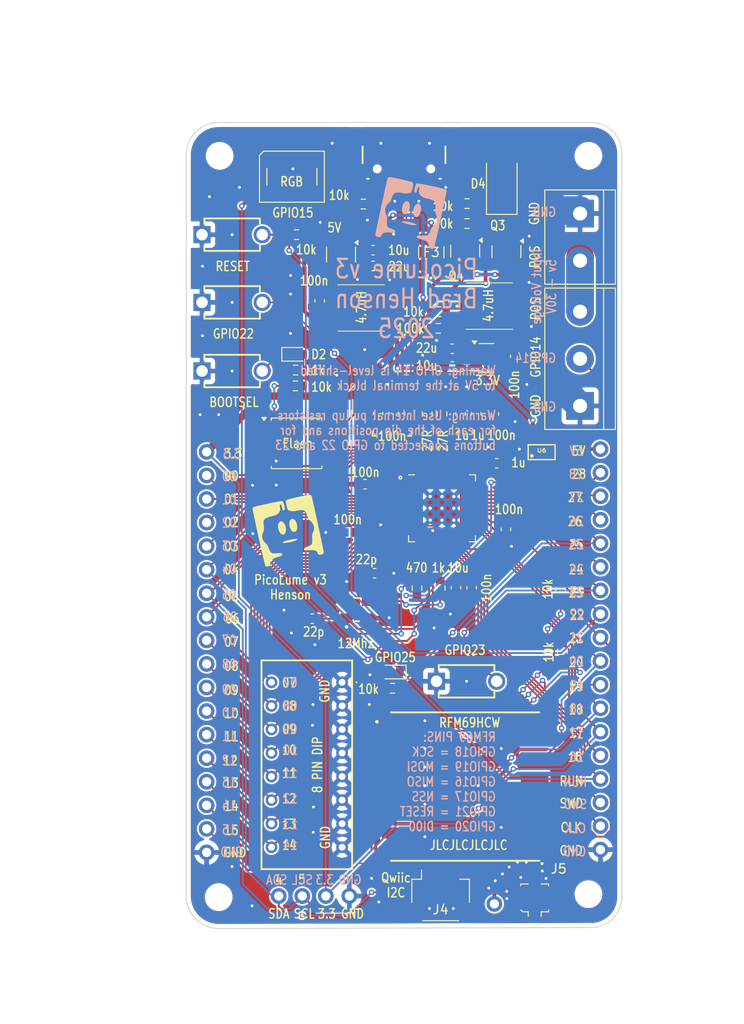
<source format=kicad_pcb>
(kicad_pcb (version 20241229) (generator "pcbnew") (generator_version "9.0")
  (layers (0 "F.Cu" signal "Front") (2 "B.Cu" signal "Back") (13 "F.Paste" user) (15 "B.Paste" user) (5 "F.SilkS" user "F.Silkscreen") (7 "B.SilkS" user "B.Silkscreen") (1 "F.Mask" user) (3 "B.Mask" user) (25 "Edge.Cuts" user))
  (net 0 "")
  (net 1 "GND")
  (net 2 "VSYS")
  (net 3 "/XIN")
  (net 4 "Net-(C3-Pad1)")
  (net 5 "+3V3")
  (net 6 "Net-(U1-BST)")
  (net 7 "Net-(U1-SW)")
  (net 8 "+1V1")
  (net 9 "Net-(D1-A)")
  (net 10 "Net-(D2-K)")
  (net 11 "Net-(D2-A)")
  (net 12 "/GPIO15")
  (net 14 "VBUS")
  (net 15 "Net-(D4-K)")
  (net 16 "/GPIO5")
  (net 17 "/GPIO2")
  (net 18 "/GPIO13")
  (net 19 "/GPIO9")
  (net 20 "/GPIO7")
  (net 21 "/GPIO11")
  (net 22 "/GPIO12")
  (net 23 "/GPIO6")
  (net 24 "/GPIO1")
  (net 25 "/GPIO10")
  (net 26 "/GPIO3")
  (net 27 "/GPIO0")
  (net 28 "/GPIO4")
  (net 29 "/GPIO8")
  (net 30 "/GPIO14")
  (net 31 "/GPIO29_ADC3")
  (net 32 "/GPIO23")
  (net 33 "/GPIO24")
  (net 34 "/GPIO18")
  (net 35 "/GPIO20")
  (net 36 "/GPIO16")
  (net 37 "/GPIO28_ADC2")
  (net 38 "/SWD")
  (net 39 "/GPIO19")
  (net 40 "/GPIO22")
  (net 41 "/GPIO17")
  (net 42 "/GPIO27_ADC1")
  (net 43 "/GPIO21")
  (net 44 "/SWCLK")
  (net 45 "/RUN")
  (net 46 "/GPIO25")
  (net 47 "/GPIO26_ADC0")
  (net 48 "VBAT")
  (net 49 "Net-(J7-Pin_2)")
  (net 50 "Net-(J5-Pin_1)")
  (net 51 "Net-(Q3-G)")
  (net 52 "Net-(Q4-G)")
  (net 53 "/QSPI_SS")
  (net 54 "/XOUT")
  (net 55 "/QSPI_SD0")
  (net 56 "/QSPI_SD3")
  (net 57 "/QSPI_SCLK")
  (net 58 "/QSPI_SD2")
  (net 59 "/QSPI_SD1")
  (net 63 "Net-(J9-CC1)")
  (net 66 "Net-(J9-CC2)")
  (net 69 "/USB_P")
  (net 70 "/USB+")
  (net 71 "/USB-")
  (net 72 "/USB_N")
  (net 73 "Net-(U5-SW)")
  (net 74 "Net-(U5-BST)")
  (net 75 "+5V")
  (net 76 "Net-(R15-Pad2)")
  (net 77 "unconnected-(U4-DIO5-Pad7)")
  (net 82 "Net-(Q3-S)")
  (footprint "Capacitor_SMD:C_0603_1608Metric" (layer "F.Cu") (at 113.6 116.5 180)
    (property "Reference" "C2" (hide yes))
    (property "Value" "22p")
  )
  (footprint "LED_SMD:LED_0603_1608Metric" (layer "F.Cu") (at 122.25 122.25 180)
    (property "Reference" "D1" (hide yes))
    (property "Value" "LED")
  )
  (footprint "Resistor_SMD:R_0603_1608Metric" (layer "F.Cu") (at 119.1 71.8)
    (property "Reference" "R10" (hide yes))
    (property "Value" "10k")
  )
  (footprint "Fuse:Fuse_1210_3225Metric" (layer "F.Cu") (at 126.45 77 90)
    (property "Reference" "F3")
    (property "Value" "Polyfuse")
  )
  (footprint "LED_SMD:LED_WS2812B_PLCC4_5.0x5.0mm_P3.2mm" (layer "F.Cu") (at 111.4 68.85 180)
    (property "Reference" "D3" (hide yes))
    (property "Value" "WS2812B" (hide yes))
  )
  (footprint "Connector_PinHeader_2.54mm:PinHeader_1x04_P2.54mm_Vertical" (layer "F.Cu") (at 109.98 146.4 90)
    (property "Reference" "J2" (hide yes))
    (property "Value" "Conn_01x04_Pin")
  )
  (footprint "2_Pin_Button:FSMH" (layer "F.Cu") (at 101.7 89.8)
    (property "Reference" "SW2" (hide yes))
    (property "Value" "SW_Push" (hide yes))
  )
  (footprint "Inductor_Mouser:VLS5045EX330M" (layer "F.Cu") (at 132.7 82.8)
    (property "Reference" "L1" (hide yes))
    (property "Value" "4.7u" (hide yes))
  )
  (footprint "Resistor_SMD:R_0603_1608Metric" (layer "F.Cu") (at 130.3 73.9 180)
    (property "Reference" "R12" (hide yes))
    (property "Value" "10k")
  )
  (footprint "Resistor_SMD:R_0603_1608Metric" (layer "F.Cu") (at 111.9 75.1)
    (property "Reference" "R9" (hide yes))
    (property "Value" "10k")
  )
  (footprint "RP2040_minimal:RP2040-QFN-56" (layer "F.Cu") (at 127.6 104.6)
    (property "Reference" "U3" (hide yes))
    (property "Value" "RP2040" (hide yes))
  )
  (footprint "Resistor_SMD:R_0603_1608Metric" (layer "F.Cu") (at 127.4 113.2 -90)
    (property "Reference" "R5" (hide yes))
    (property "Value" "1k")
  )
  (footprint "Package_TO_SOT_SMD:SOT-23" (layer "F.Cu") (at 134.55 76.9375 -90)
    (property "Reference" "Q4" (hide yes))
    (property "Value" "Si2371EDS" (hide yes))
  )
  (footprint "Connector_Coaxial:U.FL_Molex_MCRF_73412-0110_Vertical" (layer "F.Cu") (at 137.6 146.6 180)
    (property "Reference" "J8" (hide yes))
    (property "Value" "Conn_Coaxial" (hide yes))
  )
  (footprint "Capacitor_SMD:C_0603_1608Metric" (layer "F.Cu") (at 129.1 113.175 -90)
    (property "Reference" "C17" (hide yes))
    (property "Value" "10u")
  )
  (footprint "Diode_SMD:D_SMA" (layer "F.Cu") (at 134.05 69.4 90)
    (property "Reference" "D4" (hide yes))
    (property "Value" "SS38" (hide yes))
  )
  (footprint "Capacitor_SMD:C_0603_1608Metric" (layer "F.Cu") (at 133.2 94.425 90)
    (property "Reference" "C9" (hide yes))
    (property "Value" "100n")
  )
  (footprint "Resistor_SMD:R_0603_1608Metric" (layer "F.Cu") (at 140.4 113.4 -90)
    (property "Reference" "R7" (hide yes))
    (property "Value" "10k")
  )
  (footprint "2_Pin_Button:FSMH" (layer "F.Cu") (at 101.7 75.1)
    (property "Reference" "SW1" (hide yes))
    (property "Value" "SW_Push" (hide yes))
  )
  (footprint "Package_SO:SOIC-8_5.23x5.23mm_P1.27mm" (layer "F.Cu") (at 111.9 97.6)
    (property "Reference" "U2" (hide yes))
    (property "Value" "W25Q128JVS" (hide yes))
  )
  (footprint "Diode_SMD:D_0603_1608Metric" (layer "F.Cu") (at 111.8 88)
    (property "Reference" "D2" (hide yes))
    (property "Value" "D" (hide yes))
  )
  (footprint "Resistor_SMD:R_0603_1608Metric" (layer "F.Cu") (at 140.6 120 -90)
    (property "Reference" "R6" (hide yes))
    (property "Value" "10k")
  )
  (footprint "Resistor_SMD:R_0603_1608Metric" (layer "F.Cu") (at 130.3 71.75)
    (property "Reference" "R11" (hide yes))
    (property "Value" "10k")
  )
  (footprint "Inductor_Mouser:VLS5045EX330M" (layer "F.Cu") (at 118.9 83 180)
    (property "Reference" "L2" (hide yes))
    (property "Value" "4.7u" (hide yes))
  )
  (footprint "Capacitor_SMD:C_0603_1608Metric" (layer "F.Cu") (at 129.6 94.425 90)
    (property "Reference" "C6" (hide yes))
    (property "Value" "100n")
  )
  (footprint "TerminalBlock:TerminalBlock_bornier-3_P5.08mm" (layer "F.Cu") (at 142.5 93.56 90)
    (property "Reference" "J7" (hide yes))
    (property "Value" "Screw_Terminal_01x03" (hide yes))
  )
  (footprint "Capacitor_SMD:C_0603_1608Metric" (layer "F.Cu") (at 128.7 89.3 180)
    (property "Reference" "C1" (hide yes))
    (property "Value" "10u")
  )
  (footprint "Capacitor_SMD:C_0603_1608Metric" (layer "F.Cu") (at 130.8 113.175 -90)
    (property "Reference" "C8" (hide yes))
    (property "Value" "1u")
  )
  (footprint "Capacitor_SMD:C_0603_1608Metric" (layer "F.Cu") (at 128.7 87.4 180)
    (property "Reference" "C4" (hide yes))
    (property "Value" "22u")
  )
  (footprint "Resistor_SMD:R_0603_1608Metric" (layer "F.Cu") (at 111.8 89.7)
    (property "Reference" "R1" (hide yes))
    (property "Value" "1k")
  )
  (footprint "Capacitor_SMD:C_0603_1608Metric" (layer "F.Cu") (at 124.1 94.375 90)
    (property "Reference" "C12" (hide yes))
    (property "Value" "100n")
  )
  (footprint "Connector_PinHeader_2.54mm:PinHeader_1x18_P2.54mm_Vertical" (layer "F.Cu") (at 102.2 98.52)
    (property "Reference" "J1" (hide yes))
    (property "Value" "Conn_01x18_Pin" (hide yes))
  )
  (footprint "MountingHole:MountingHole_2.7mm_M2.5" (layer "F.Cu") (at 103.5 146.525126)
    (property "Reference" "H4" (hide yes))
    (property "Value" "MountingHole" (hide yes))
  )
  (footprint "Resistor_SMD:R_0603_1608Metric" (layer "F.Cu") (at 126 94.425 -90)
    (property "Reference" "R3" (hide yes))
    (property "Value" "27")
  )
  (footprint "Dip_Switch:2088" (layer "F.Cu") (at 116.82 123.36 -90)
    (property "Reference" "S1" (hide yes))
    (property "Value" "208-8" (hide yes))
  )
  (footprint "Capacitor_SMD:C_0603_1608Metric" (layer "F.Cu") (at 117.4 107.2 180)
    (property "Reference" "C13" (hide yes))
    (property "Value" "100n")
  )
  (footprint "Capacitor_SMD:C_0603_1608Metric" (layer "F.Cu") (at 122.4 94.375 90)
    (property "Reference" "C15" (hide yes))
    (property "Value" "100n")
  )
  (footprint "Resistor_SMD:R_0603_1608Metric" (layer "F.Cu") (at 127.225 83.4)
    (property "Reference" "R14" (hide yes))
    (property "Value" "10k")
  )
  (footprint "Capacitor_SMD:C_0603_1608Metric" (layer "F.Cu") (at 119.3 102 180)
    (property "Reference" "C11" (hide yes))
    (property "Value" "100n")
  )
  (footprint "Package_TO_SOT_SMD:TSOT-23-6" (layer "F.Cu") (at 132.4 88.4)
    (property "Reference" "U1" (hide yes))
    (property "Value" "AP63203WU" (hide yes))
  )
  (footprint "Capacitor_SMD:C_0603_1608Metric" (layer "F.Cu") (at 114.4 82.225 -90)
    (property "Reference" "C19" (hide yes))
    (property "Value" "100n")
  )
  (footprint "Pico_RF_V1:SOT-25" (layer "F.Cu") (at 138.35 98.55)
    (property "Reference" "U6")
    (property "Value" "74AHCT1G125" (hide yes))
  )
  (footprint "MountingHole:MountingHole_2.7mm_M2.5" (layer "F.Cu") (at 143.4 146.2)
    (property "Reference" "H3" (hide yes))
    (property "Value" "MountingHole" (hide yes))
  )
  (footprint "12_Crystal:ABM810000MHZ12D2W" (layer "F.Cu") (at 118.45 115.525)
    (property "Reference" "Y1" (hide yes))
    (property "Value" "Crystal_GND24" (hide yes))
  )
  (footprint "Resistor_SMD:R_0603_1608Metric" (layer "F.Cu") (at 127.2 85.2 180)
    (property "Reference" "R13" (hide yes))
    (property "Value" "100k")
  )
  (footprint "Capacitor_SMD:C_0603_1608Metric" (layer "F.Cu") (at 120.15 76.775)
    (property "Reference" "C18" (hide yes))
    (property "Value" "10u")
  )
  (footprint "Connector_PinHeader_2.54mm:PinHeader_1x01_P2.54mm_Vertical" (layer "F.Cu") (at 133.25 147.25)
    (property "Reference" "J5")
    (property "Value" "Conn_01x01_Pin")
  )
  (footprint "Capacitor_SMD:C_0603_1608Metric" (layer "F.Cu") (at 120.325 111.6)
    (property "Reference" "C3" (hide yes))
    (property "Value" "22p")
  )
  (footprint "Resistor_SMD:R_0603_1608Metric" (layer "F.Cu") (at 127.6 94.425 -90)
    (property "Reference" "R4" (hide yes))
    (property "Value" "27")
  )
  (footprint "Resistor_SMD:R_0603_1608Metric" (layer "F.Cu") (at 122.25 124)
    (property "Reference" "R8" (hide yes))
    (property "Value" "10k")
  )
  (footprint "Capacitor_SMD:C_0603_1608Metric" (layer "F.Cu") (at 135.5 88.2 -90)
    (property "Reference" "C5" (hide yes))
    (property "Value" "100n")
  )
  (footprint "Capacitor_SMD:C_0603_1608Metric" (layer "F.Cu") (at 134.5 106.875 -90)
    (property "Reference" "C16" (hide yes))
    (property "Value" "100n")
  )
  (footprint "Package_TO_SOT_SMD:TSOT-23-6" (layer "F.Cu") (at 116.7 77.25 -90)
    (property "Reference" "U5" (hide yes))
    (property "Value" "AP63205WU")
  )
  (footprint "Connector_PinHeader_2.54mm:PinHeader_1x18_P2.54mm_Vertical" (layer "F.Cu") (at 144.7 98.22)
    (property "Reference" "J3" (hide yes))
    (property "Value" "Conn_01x18_Pin" (hide yes))
  )
  (footprint "Connector_JST:JST_SH_SM04B-SRSS-TB_1x04-1MP_P1.00mm_Horizontal" (layer "F.Cu") (at 127.45 146.375)
    (property "Reference" "J4")
    (property "Value" "Conn_01x04_Pin")
  )
  (footprint "Resistor_SMD:R_0603_1608Metric" (layer "F.Cu") (at 124.9 113.2 -90)
    (property "Reference" "R15" (hide yes))
    (property "Value" "470")
  )
  (footprint "Package_TO_SOT_SMD:SOT-23" (layer "F.Cu") (at 130.1 76.8625 -90)
    (property "Reference" "Q3" (hide yes))
    (property "Value" "Si2371EDS" (hide yes))
  )
  (footprint "Capacitor_SMD:C_0603_1608Metric" (layer "F.Cu") (at 120.7 94.375 90)
    (property "Reference" "C7" (hide yes))
    (property "Value" "100n")
  )
  (footprint "USB_C:GSB1C41110SSHR" (layer "F.Cu") (at 123.5 65.685 180)
    (property "Reference" "J9" (hide yes))
    (property "Value" "GSB1C41110SSHR" (hide yes))
  )
  (footprint "2_Pin_Button:FSMH" (layer "F.Cu") (at 127 123.25)
    (property "Reference" "SW3" (hide yes))
    (property "Value" "SW_Push" (hide yes))
  )
  (footprint "Capacitor_SMD:C_0603_1608Metric" (layer "F.Cu") (at 120.175 78.475)
    (property "Reference" "C20" (hide yes))
    (property "Value" "22u")
  )
  (footprint "LOGO" (layer "F.Cu") (at 111 107)
    (property "Reference" "G***" (hide yes))
    (property "Value" "LOGO" (hide yes))
  )
  (footprint "MountingHole:MountingHole_2.7mm_M2.5" (layer "F.Cu") (at 103.6 66.6)
    (property "Reference" "H1" (hide yes))
    (property "Value" "MountingHole" (hide yes))
  )
  (footprint "Capacitor_SMD:C_0603_1608Metric" (layer "F.Cu") (at 131.3 94.4 90)
    (property "Reference" "C14" (hide yes))
    (property "Value" "100n")
  )
  (footprint "Resistor_SMD:R_0603_1608Metric" (layer "F.Cu") (at 111.775 91.4 180)
    (property "Reference" "R2" (hide yes))
    (property "Value" "10K")
  )
  (footprint "RFM69:MOD_COM-13909" (layer "F.Cu") (at 130.1 134.6)
    (property "Reference" "U4" (hide yes))
    (property "Value" "RFM69HCW" (hide yes))
  )
  (footprint "MountingHole:MountingHole_2.7mm_M2.5" (layer "F.Cu") (at 143.4 66.6)
    (property "Reference" "H2" (hide yes))
    (property "Value" "MountingHole" (hide yes))
  )
  (footprint "Capacitor_SMD:C_0603_1608Metric" (layer "F.Cu") (at 133.5 99.75)
    (property "Reference" "C10" (hide yes))
    (property "Value" "1u")
  )
  (footprint "TerminalBlock:TerminalBlock_bornier-2_P5.08mm" (layer "F.Cu") (at 142.5 77.9 90)
    (property "Reference" "J6" (hide yes))
    (property "Value" "Screw_Terminal_01x02" (hide yes))
  )
  (footprint "2_Pin_Button:FSMH" (layer "F.Cu") (at 101.7 82.4)
    (property "Reference" "SW4" (hide yes))
    (property "Value" "SW_Push" (hide yes))
  )
  (footprint "LOGO" (layer "B.Cu") (at 124.25 72.75 180)
    (property "Reference" "G***" (hide yes))
    (property "Value" "LOGO" (hide yes))
  )
  (gr_line (start 120.5 96.8) (end 120.1 96.8) (stroke (width 0.1524)) (layer "F.SilkS"))
  (gr_line (start 120.1 96.8) (end 120.1 96.3) (stroke (width 0.1524)) (layer "F.SilkS"))
  (gr_line (start 124.3 96.8) (end 124.3 96.3) (stroke (width 0.1524)) (layer "F.SilkS"))
  (gr_line (start 123.9 96.8) (end 124.3 96.8) (stroke (width 0.1524)) (layer "F.SilkS"))
  (gr_circle (center 123.1 101.3) (end 123.2 101.4) (stroke (width 0.1524)) (fill no) (layer "F.SilkS"))
  (gr_arc (start 143.6 63.004164) (mid 145.995953 63.933328) (end 146.997353 66.3) (stroke (width 0.1)) (layer "Edge.Cuts"))
  (gr_line (start 103.6 63) (end 143.6 63.004163) (stroke (width 0.1)) (layer "Edge.Cuts"))
  (gr_arc (start 147 146.595837) (mid 145.966208 148.900726) (end 143.605601 149.800041) (stroke (width 0.1)) (layer "Edge.Cuts"))
  (gr_line (start 143.605601 149.800041) (end 103.5 149.902235) (stroke (width 0.1)) (layer "Edge.Cuts"))
  (gr_line (start 100 146.525126) (end 100 66.6) (stroke (width 0.1)) (layer "Edge.Cuts"))
  (gr_arc (start 103.5 149.902235) (mid 101.068187 148.920305) (end 100.000001 146.525126) (stroke (width 0.1)) (layer "Edge.Cuts"))
  (gr_line (start 147 66.3) (end 147 146.595837) (stroke (width 0.1)) (layer "Edge.Cuts"))
  (gr_arc (start 100 66.6) (mid 101.024116 64.024116) (end 103.6 63) (stroke (width 0.1)) (layer "Edge.Cuts"))
  (gr_text "RESET" (at 103.075 79.1 0) (layer "F.SilkS") (effects (font (size 1 0.8128) (thickness 0.1524) (bold yes)) (justify left bottom)))
  (gr_text "1u" (at 130.6 97.3 0) (layer "F.SilkS") (effects (font (size 1 0.8128) (thickness 0.1524) (bold yes)) (justify left bottom)))
  (gr_text "JLCJLCJLCJLC" (at 126.2 141.5 0) (layer "F.SilkS") (effects (font (size 1 0.8128) (thickness 0.1524) (bold yes)) (justify left bottom)))
  (gr_text "1u" (at 128.9 97.3 0) (layer "F.SilkS") (effects (font (size 1 0.8128) (thickness 0.1524) (bold yes)) (justify left bottom)))
  (gr_text "8 PIN DIP" (at 114.75 132.25 90) (layer "F.SilkS") (effects (font (size 1 0.8128) (thickness 0.1524) (bold yes)) (justify bottom)))
  (gr_text "GPIO14" (at 138.3 90.6 90) (layer "F.SilkS") (effects (font (size 1 0.8128) (thickness 0.1524) (bold yes)) (justify left bottom)))
  (gr_text "Qwiic\nI2C" (at 122.625 146.625 0) (layer "F.SilkS") (effects (font (size 1 0.8128) (thickness 0.1524) (bold yes)) (justify bottom)))
  (gr_text "18" (at 141.2 126.9 0) (layer "F.SilkS") (effects (font (size 1 0.8128) (thickness 0.1524) (bold yes)) (justify left bottom)))
  (gr_text "22u" (at 121.725 79.125 0) (layer "F.SilkS") (effects (font (size 1 0.8128) (thickness 0.1524) (bold yes)) (justify left bottom)))
  (gr_text "10u" (at 121.7 77.35 0) (layer "F.SilkS") (effects (font (size 1 0.8128) (thickness 0.1524) (bold yes)) (justify left bottom)))
  (gr_text "CLK" (at 140.3 139.6 0) (layer "F.SilkS") (effects (font (size 1 0.8128) (thickness 0.1524) (bold yes)) (justify left bottom)))
  (gr_text "100n" (at 115.8 106.4 0) (layer "F.SilkS") (effects (font (size 1 0.8128) (thickness 0.1524) (bold yes)) (justify left bottom)))
  (gr_text "27R" (at 126.6 98.6 90) (layer "F.SilkS") (effects (font (size 1 0.8128) (thickness 0.1524) (bold yes)) (justify left bottom)))
  (gr_text "23" (at 141.2 114.3 0) (layer "F.SilkS") (effects (font (size 1 0.8128) (thickness 0.1524) (bold yes)) (justify left bottom)))
  (gr_text "08" (at 104 122.2 0) (layer "F.SilkS") (effects (font (size 1 0.8128) (thickness 0.1524) (bold yes)) (justify left bottom)))
  (gr_text "16" (at 141.1 132 0) (layer "F.SilkS") (effects (font (size 1 0.8128) (thickness 0.1524) (bold yes)) (justify left bottom)))
  (gr_text "GND" (at 116.6 148.9 0) (layer "F.SilkS") (effects (font (size 1 0.8128) (thickness 0.1524) (bold yes)) (justify left bottom)))
  (gr_text "09" (at 110.25 129 0) (layer "F.SilkS") (effects (font (size 1 0.8128) (thickness 0.1524) (bold yes)) (justify left bottom)))
  (gr_text "17" (at 141.2 129.4 0) (layer "F.SilkS") (effects (font (size 1 0.8128) (thickness 0.1524) (bold yes)) (justify left bottom)))
  (gr_text "12Mhz" (at 116.25 119.75 0) (layer "F.SilkS") (effects (font (size 1 0.8128) (thickness 0.1524) (bold yes)) (justify left bottom)))
  (gr_text "Q3" (at 132.7 74.7 0) (layer "F.SilkS") (effects (font (size 1 0.8128) (thickness 0.1524) (bold yes)) (justify left bottom)))
  (gr_text "3.3V" (at 131.1 91.4 0) (layer "F.SilkS") (effects (font (size 1 0.8128) (thickness 0.1524) (bold yes)) (justify left bottom)))
  (gr_text "POS" (at 138.2 78.8 90) (layer "F.SilkS") (effects (font (size 1 0.8128) (thickness 0.1524) (bold yes)) (justify left bottom)))
  (gr_text "POS" (at 138.3 84.4 90) (layer "F.SilkS") (effects (font (size 1 0.8128) (thickness 0.1524) (bold yes)) (justify left bottom)))
  (gr_text "D2" (at 113.4 88.6 0) (layer "F.SilkS") (effects (font (size 1 0.8128) (thickness 0.1524) (bold yes)) (justify left bottom)))
  (gr_text "22" (at 141.3 116.7 0) (layer "F.SilkS") (effects (font (size 1 0.8128) (thickness 0.1524) (bold yes)) (justify left bottom)))
  (gr_text "28" (at 141.5 101.5 0) (layer "F.SilkS") (effects (font (size 1 0.8128) (thickness 0.1524) (bold yes)) (justify left bottom)))
  (gr_text "22p" (at 112.5 118.5 0) (layer "F.SilkS") (effects (font (size 1 0.8128) (thickness 0.1524) (bold yes)) (justify left bottom)))
  (gr_text "26" (at 141.1 106.6 0) (layer "F.SilkS") (effects (font (size 1 0.8128) (thickness 0.1524) (bold yes)) (justify left bottom)))
  (gr_text "04" (at 104 111.8 0) (layer "F.SilkS") (effects (font (size 1 0.8128) (thickness 0.1524) (bold yes)) (justify left bottom)))
  (gr_text "22u" (at 124.7 87.9 0) (layer "F.SilkS") (effects (font (size 1 0.8128) (thickness 0.1524) (bold yes)) (justify left bottom)))
  (gr_text "100n" (at 136 92.9 90) (layer "F.SilkS") (effects (font (size 1 0.8128) (thickness 0.1524) (bold yes)) (justify left bottom)))
  (gr_text "10u" (at 128.1 111.6 0) (layer "F.SilkS") (effects (font (size 1 0.8128) (thickness 0.1524) (bold yes)) (justify left bottom)))
  (gr_text "19" (at 141.2 124.4 0) (layer "F.SilkS") (effects (font (size 1 0.8128) (thickness 0.1524) (bold yes)) (justify left bottom)))
  (gr_text "SDA" (at 108.75 148.9 0) (layer "F.SilkS") (effects (font (size 1 0.8128) (thickness 0.1524) (bold yes)) (justify left bottom)))
  (gr_text "Flash" (at 110.3 98.2 0) (layer "F.SilkS") (effects (font (size 1 0.8128) (thickness 0.1524) (bold yes)) (justify left bottom)))
  (gr_text "Q4" (at 128.2 80.15 0) (layer "F.SilkS") (effects (font (size 1 0.8128) (thickness 0.1524) (bold yes)) (justify left bottom)))
  (gr_text "20" (at 141.2 121.8 0) (layer "F.SilkS") (effects (font (size 1 0.8128) (thickness 0.1524) (bold yes)) (justify left bottom)))
  (gr_text "100k" (at 122.6 85.8 0) (layer "F.SilkS") (effects (font (size 1 0.8128) (thickness 0.1524) (bold yes)) (justify left bottom)))
  (gr_text "27R" (at 128.3 98.6 90) (layer "F.SilkS") (effects (font (size 1 0.8128) (thickness 0.1524) (bold yes)) (justify left bottom)))
  (gr_text "GND" (at 138.15 74.15 90) (layer "F.SilkS") (effects (font (size 1 0.8128) (thickness 0.1524) (bold yes)) (justify left bottom)))
  (gr_text "07" (at 104 119.6 0) (layer "F.SilkS") (effects (font (size 1 0.8128) (thickness 0.1524) (bold yes)) (justify left bottom)))
  (gr_text "10k" (at 111.75 77.3 0) (layer "F.SilkS") (effects (font (size 1 0.8128) (thickness 0.1524) (bold yes)) (justify left bottom)))
  (gr_text "3.3" (at 104 99.3 0) (layer "F.SilkS") (effects (font (size 1 0.8128) (thickness 0.1524) (bold yes)) (justify left bottom)))
  (gr_text "1k" (at 113.4 90.3 0) (layer "F.SilkS") (effects (font (size 1 0.8128) (thickness 0.1524) (bold yes)) (justify left bottom)))
  (gr_text "GND" (at 140.2 142.1 0) (layer "F.SilkS") (effects (font (size 1 0.8128) (thickness 0.1524) (bold yes)) (justify left bottom)))
  (gr_text "14" (at 110.25 141.5 0) (layer "F.SilkS") (effects (font (size 1 0.8128) (thickness 0.1524) (bold yes)) (justify left bottom)))
  (gr_text "5V" (at 115.15 74.925 0) (layer "F.SilkS") (effects (font (size 1 0.8128) (thickness 0.1524) (bold yes)) (justify left bottom)))
  (gr_text "03" (at 104 109.3 0) (layer "F.SilkS") (effects (font (size 1 0.8128) (thickness 0.1524) (bold yes)) (justify left bottom)))
  (gr_text "100n" (at 112.175 80.65 0) (layer "F.SilkS") (effects (font (size 1 0.8128) (thickness 0.1524) (bold yes)) (justify left bottom)))
  (gr_text "GND" (at 115.6 141.425 90) (layer "F.SilkS") (effects (font (size 1 0.8128) (thickness 0.1524) (bold yes)) (justify left bottom)))
  (gr_text "10k" (at 126.5 72.6 0) (layer "F.SilkS") (effects (font (size 1 0.8128) (thickness 0.1524) (bold yes)) (justify left bottom)))
  (gr_text "GPIO25" (at 120.25 121.25 0) (layer "F.SilkS") (effects (font (size 1 0.8128) (thickness 0.1524) (bold yes)) (justify left bottom)))
  (gr_text "13" (at 110.25 139.25 0) (layer "F.SilkS") (effects (font (size 1 0.8128) (thickness 0.1524) (bold yes)) (justify left bottom)))
  (gr_text "10" (at 110.25 131.25 0) (layer "F.SilkS") (effects (font (size 1 0.8128) (thickness 0.1524) (bold yes)) (justify left bottom)))
  (gr_text "10k" (at 126.5 74.5 0) (layer "F.SilkS") (effects (font (size 1 0.8128) (thickness 0.1524) (bold yes)) (justify left bottom)))
  (gr_text "12" (at 103.9 132.4 0) (layer "F.SilkS") (effects (font (size 1 0.8128) (thickness 0.1524) (bold yes)) (justify left bottom)))
  (gr_text "1u" (at 135 100.25 0) (layer "F.SilkS") (effects (font (size 1 0.8128) (thickness 0.1524) (bold yes)) (justify left bottom)))
  (gr_text "100n" (at 133.2 105.3 0) (layer "F.SilkS") (effects (font (size 1 0.8128) (thickness 0.1524) (bold yes)) (justify left bottom)))
  (gr_text "05" (at 104 114.7 0) (layer "F.SilkS") (effects (font (size 1 0.8128) (thickness 0.1524) (bold yes)) (justify left bottom)))
  (gr_text "470" (at 123.6 111.6 0) (layer "F.SilkS") (effects (font (size 1 0.8128) (thickness 0.1524) (bold yes)) (justify left bottom)))
  (gr_text "GPIO22" (at 102.775 86.375 0) (layer "F.SilkS") (effects (font (size 1 0.8128) (thickness 0.1524) (bold yes)) (justify left bottom)))
  (gr_text "100n" (at 120.6 97.4 0) (layer "F.SilkS") (effects (font (size 1 0.8128) (thickness 0.1524) (bold yes)) (justify left bottom)))
  (gr_text "D4" (at 130.6 70.2 0) (layer "F.SilkS") (effects (font (size 1 0.8128) (thickness 0.1524) (bold yes)) (justify left bottom)))
  (gr_text "10k" (at 115.3 71.425 0) (layer "F.SilkS") (effects (font (size 1 0.8128) (thickness 0.1524) (bold yes)) (justify left bottom)))
  (gr_text "100n" (at 133 114.8 90) (layer "F.SilkS") (effects (font (size 1 0.8128) (thickness 0.1524) (bold yes)) (justify left bottom)))
  (gr_text "100n" (at 117.7 101.3 0) (layer "F.SilkS") (effects (font (size 1 0.8128) (thickness 0.1524) (bold yes)) (justify left bottom)))
  (gr_text "06" (at 104.1 117.1 0) (layer "F.SilkS") (effects (font (size 1 0.8128) (thickness 0.1524) (bold yes)) (justify left bottom)))
  (gr_text "22p" (at 118.2 110.7 0) (layer "F.SilkS") (effects (font (size 1 0.8128) (thickness 0.1524) (bold yes)) (justify left bottom)))
  (gr_text "10u" (at 124.7 89.8 0) (layer "F.SilkS") (effects (font (size 1 0.8128) (thickness 0.1524) (bold yes)) (justify left bottom)))
  (gr_text "11" (at 110.25 133.75 0) (layer "F.SilkS") (effects (font (size 1 0.8128) (thickness 0.1524) (bold yes)) (justify left bottom)))
  (gr_text "10k" (at 118.475 124.675 0) (layer "F.SilkS") (effects (font (size 1 0.8128) (thickness 0.1524) (bold yes)) (justify left bottom)))
  (gr_text "10k" (at 139.7 121.3 90) (layer "F.SilkS") (effects (font (size 1 0.8128) (thickness 0.1524) (bold yes)) (justify left bottom)))
  (gr_text "RUN" (at 140.2 134.6 0) (layer "F.SilkS") (effects (font (size 1 0.8128) (thickness 0.1524) (bold yes)) (justify left bottom)))
  (gr_text "PicoLume v3\nHenson" (at 111.25 114.5 0) (layer "F.SilkS") (effects (font (size 1 0.8128) (thickness 0.1524) (bold yes)) (justify bottom)))
  (gr_text "GND" (at 103.9 142.3 0) (layer "F.SilkS") (effects (font (size 1 0.8128) (thickness 0.1524) (bold yes)) (justify left bottom)))
  (gr_text "00" (at 104 101.7 0) (layer "F.SilkS") (effects (font (size 1 0.8128) (thickness 0.1524) (bold yes)) (justify left bottom)))
  (gr_text "GPIO23" (at 127.775 120.475 0) (layer "F.SilkS") (effects (font (size 1 0.8128) (thickness 0.1524) (bold yes)) (justify left bottom)))
  (gr_text "5V" (at 141.5 99 0) (layer "F.SilkS") (effects (font (size 1 0.8128) (thickness 0.1524) (bold yes)) (justify left bottom)))
  (gr_text "5" (at 112 145.2 0) (layer "F.SilkS") (effects (font (size 1 0.8128) (thickness 0.1524) (bold yes)) (justify left bottom)))
  (gr_text "27" (at 141.1 104 0) (layer "F.SilkS") (effects (font (size 1 0.8128) (thickness 0.1524) (bold yes)) (justify left bottom)))
  (gr_text "4" (at 109.5 145.25 0) (layer "F.SilkS") (effects (font (size 1 0.8128) (thickness 0.1524) (bold yes)) (justify left bottom)))
  (gr_text "02" (at 104 106.7 0) (layer "F.SilkS") (effects (font (size 1 0.8128) (thickness 0.1524) (bold yes)) (justify left bottom)))
  (gr_text "14" (at 104 137.3 0) (layer "F.SilkS") (effects (font (size 1 0.8128) (thickness 0.1524) (bold yes)) (justify left bottom)))
  (gr_text "3.3" (at 114.1 148.9 0) (layer "F.SilkS") (effects (font (size 1 0.8128) (thickness 0.1524) (bold yes)) (justify left bottom)))
  (gr_text "01" (at 104 104.2 0) (layer "F.SilkS") (effects (font (size 1 0.8128) (thickness 0.1524) (bold yes)) (justify left bottom)))
  (gr_text "10k" (at 139.6 114.5 90) (layer "F.SilkS") (effects (font (size 1 0.8128) (thickness 0.1524) (bold yes)) (justify left bottom)))
  (gr_text "13" (at 104 134.8 0) (layer "F.SilkS") (effects (font (size 1 0.8128) (thickness 0.1524) (bold yes)) (justify left bottom)))
  (gr_text "10" (at 104 127.3 0) (layer "F.SilkS") (effects (font (size 1 0.8128) (thickness 0.1524) (bold yes)) (justify left bottom)))
  (gr_text "SWD" (at 140.2 137 0) (layer "F.SilkS") (effects (font (size 1 0.8128) (thickness 0.1524) (bold yes)) (justify left bottom)))
  (gr_text "15" (at 104 139.9 0) (layer "F.SilkS") (effects (font (size 1 0.8128) (thickness 0.1524) (bold yes)) (justify left bottom)))
  (gr_text "09" (at 104 124.8 0) (layer "F.SilkS") (effects (font (size 1 0.8128) (thickness 0.1524) (bold yes)) (justify left bottom)))
  (gr_text "08" (at 110.25 126.5 0) (layer "F.SilkS") (effects (font (size 1 0.8128) (thickness 0.1524) (bold yes)) (justify left bottom)))
  (gr_text "BOOTSEL" (at 102.4 93.75 0) (layer "F.SilkS") (effects (font (size 1 0.8128) (thickness 0.1524) (bold yes)) (justify left bottom)))
  (gr_text "GPIO15" (at 109.2 73.325 0) (layer "F.SilkS") (effects (font (size 1 0.8128) (thickness 0.1524) (bold yes)) (justify left bottom)))
  (gr_text "25" (at 141.2 109.1 0) (layer "F.SilkS") (effects (font (size 1 0.8128) (thickness 0.1524) (bold yes)) (justify left bottom)))
  (gr_text "10k" (at 123.325 84 0) (layer "F.SilkS") (effects (font (size 1 0.8128) (thickness 0.1524) (bold yes)) (justify left bottom)))
  (gr_text "10k" (at 113.4 92.1 0) (layer "F.SilkS") (effects (font (size 1 0.8128) (thickness 0.1524) (bold yes)) (justify left bottom)))
  (gr_text "RGB" (at 110.05 69.975 0) (layer "F.SilkS") (effects (font (size 1 0.8128) (thickness 0.1524) (bold yes)) (justify left bottom)))
  (gr_text "4.7uH" (at 133.2 84.6 90) (layer "F.SilkS") (effects (font (size 1 0.8128) (thickness 0.1524) (bold yes)) (justify left bottom)))
  (gr_text "11" (at 104 129.8 0) (layer "F.SilkS") (effects (font (size 1 0.8128) (thickness 0.1524) (bold yes)) (justify left bottom)))
  (gr_text "100n" (at 132.4 97.3 0) (layer "F.SilkS") (effects (font (size 1 0.8128) (thickness 0.1524) (bold yes)) (justify left bottom)))
  (gr_text "4.7uH" (at 119.5 84.8 90) (layer "F.SilkS") (effects (font (size 1 0.8128) (thickness 0.1524) (bold yes)) (justify left bottom)))
  (gr_text "12" (at 110.25 136.5 0) (layer "F.SilkS") (effects (font (size 1 0.8128) (thickness 0.1524) (bold yes)) (justify left bottom)))
  (gr_text "07" (at 110.25 124 0) (layer "F.SilkS") (effects (font (size 1 0.8128) (thickness 0.1524) (bold yes)) (justify left bottom)))
  (gr_text "GND" (at 138.3 94.9 90) (layer "F.SilkS") (effects (font (size 1 0.8128) (thickness 0.1524) (bold yes)) (justify left bottom)))
  (gr_text "24" (at 141.2 111.8 0) (layer "F.SilkS") (effects (font (size 1 0.8128) (thickness 0.1524) (bold yes)) (justify left bottom)))
  (gr_text "21" (at 141.2 119.2 0) (layer "F.SilkS") (effects (font (size 1 0.8128) (thickness 0.1524) (bold yes)) (justify left bottom)))
  (gr_text "SCL" (at 111.5 148.9 0) (layer "F.SilkS") (effects (font (size 1 0.8128) (thickness 0.1524) (bold yes)) (justify left bottom)))
  (gr_text "RFM69HCW" (at 127.2 128.3 0) (layer "F.SilkS") (effects (font (size 1 0.8128) (thickness 0.1524) (bold yes)) (justify left bottom)))
  (gr_text "GND" (at 115.525 125.65 90) (layer "F.SilkS") (effects (font (size 1 0.8128) (thickness 0.1524) (bold yes)) (justify left bottom)))
  (gr_text "1k" (at 126.4 111.6 0) (layer "F.SilkS") (effects (font (size 1 0.8128) (thickness 0.1524) (bold yes)) (justify left bottom)))
  (gr_text "18" (at 143 126.8 -0) (layer "B.SilkS") (effects (font (size 1 0.8128) (thickness 0.1524) (bold yes)) (justify left bottom mirror)))
  (gr_text "Warning: GPIO 14 is level-shifted \nto 5V at the terminal block\n\nWarning: Use internal pullup resistors\nfor each of the dip positions and for \nbuttons connected to GPIO 22 and 23\n\n" (at 133.5 100 0) (layer "B.SilkS") (effects (font (size 1 0.8128) (thickness 0.1524) (bold yes)) (justify left bottom mirror)))
  (gr_text "16" (at 143 132 -0) (layer "B.SilkS") (effects (font (size 1 0.8128) (thickness 0.1524) (bold yes)) (justify left bottom mirror)))
  (gr_text "12" (at 112.09283 136.5 -0) (layer "B.SilkS") (effects (font (size 1 0.8128) (thickness 0.1524) (bold yes)) (justify left bottom mirror)))
  (gr_text "19" (at 143 124.3 -0) (layer "B.SilkS") (effects (font (size 1 0.8128) (thickness 0.1524) (bold yes)) (justify left bottom mirror)))
  (gr_text "22" (at 143 116.6 -0) (layer "B.SilkS") (effects (font (size 1 0.8128) (thickness 0.1524) (bold yes)) (justify left bottom mirror)))
  (gr_text "GND" (at 140 73.25 0) (layer "B.SilkS") (effects (font (size 1 0.8128) (thickness 0.1524) (bold yes)) (justify left bottom mirror)))
  (gr_text "RFM69 PINS:\nGPIO18 = SCK\nGPIO19 = MOSI\nGPIO16 = MISO\nGPIO17 = NSS\nGPIO21 = RESET\nGPIO20 = DI00" (at 133.5 139.5 0) (layer "B.SilkS") (effects (font (size 1 0.8128) (thickness 0.1524) (bold yes)) (justify left bottom mirror)))
  (gr_text "25" (at 143 109.1 -0) (layer "B.SilkS") (effects (font (size 1 0.8128) (thickness 0.1524) (bold yes)) (justify left bottom mirror)))
  (gr_text "3.3" (at 105.979878 99.35 -0) (layer "B.SilkS") (effects (font (size 1 0.8128) (thickness 0.1524) (bold yes)) (justify left bottom mirror)))
  (gr_text "CLK" (at 143.24283 139.7 -0) (layer "B.SilkS") (effects (font (size 1 0.8128) (thickness 0.1524) (bold yes)) (justify left bottom mirror)))
  (gr_text "SCL" (at 113.75 145.25 -0) (layer "B.SilkS") (effects (font (size 1 0.8128) (thickness 0.1524) (bold yes)) (justify left bottom mirror)))
  (gr_text "09" (at 112.09283 129 -0) (layer "B.SilkS") (effects (font (size 1 0.8128) (thickness 0.1524) (bold yes)) (justify left bottom mirror)))
  (gr_text "GND" (at 140 94.25 0) (layer "B.SilkS") (effects (font (size 1 0.8128) (thickness 0.1524) (bold yes)) (justify left bottom mirror)))
  (gr_text "GND" (at 106.271744 142.25 -0) (layer "B.SilkS") (effects (font (size 1 0.8128) (thickness 0.1524) (bold yes)) (justify left bottom mirror)))
  (gr_text "GND" (at 143.25 142.2 -0) (layer "B.SilkS") (effects (font (size 1 0.8128) (thickness 0.1524) (bold yes)) (justify left bottom mirror)))
  (gr_text "06" (at 105.59283 116.9 -0) (layer "B.SilkS") (effects (font (size 1 0.8128) (thickness 0.1524) (bold yes)) (justify left bottom mirror)))
  (gr_text "14" (at 105.5 137.25 -0) (layer "B.SilkS") (effects (font (size 1 0.8128) (thickness 0.1524) (bold yes)) (justify left bottom mirror)))
  (gr_text "07" (at 105.5 119.4 -0) (layer "B.SilkS") (effects (font (size 1 0.8128) (thickness 0.1524) (bold yes)) (justify left bottom mirror)))
  (gr_text "21" (at 143 119.1 -0) (layer "B.SilkS") (effects (font (size 1 0.8128) (thickness 0.1524) (bold yes)) (justify left bottom mirror)))
  (gr_text "28" (at 142.94283 101.5 -0) (layer "B.SilkS") (effects (font (size 1 0.8128) (thickness 0.1524) (bold yes)) (justify left bottom mirror)))
  (gr_text "05" (at 105.5 114.5 -0) (layer "B.SilkS") (effects (font (size 1 0.8128) (thickness 0.1524) (bold yes)) (justify left bottom mirror)))
  (gr_text "08" (at 112.09283 126.5 -0) (layer "B.SilkS") (effects (font (size 1 0.8128) (thickness 0.1524) (bold yes)) (justify left bottom mirror)))
  (gr_text "01" (at 105.5 104.25 -0) (layer "B.SilkS") (effects (font (size 1 0.8128) (thickness 0.1524) (bold yes)) (justify left bottom mirror)))
  (gr_text "Input Voltage\n5v - 30V" (at 140 80.7 90) (layer "B.SilkS") (effects (font (size 1 0.8128) (thickness 0.1524) (bold yes)) (justify bottom mirror)))
  (gr_text "15" (at 105.5 139.85 -0) (layer "B.SilkS") (effects (font (size 1 0.8128) (thickness 0.1524) (bold yes)) (justify left bottom mirror)))
  (gr_text "20" (at 143 121.7 -0) (layer "B.SilkS") (effects (font (size 1 0.8128) (thickness 0.1524) (bold yes)) (justify left bottom mirror)))
  (gr_text "14" (at 112.09283 141.5 -0) (layer "B.SilkS") (effects (font (size 1 0.8128) (thickness 0.1524) (bold yes)) (justify left bottom mirror)))
  (gr_text "07" (at 112.09283 124 -0) (layer "B.SilkS") (effects (font (size 1 0.8128) (thickness 0.1524) (bold yes)) (justify left bottom mirror)))
  (gr_text "02" (at 105.5 106.75 -0) (layer "B.SilkS") (effects (font (size 1 0.8128) (thickness 0.1524) (bold yes)) (justify left bottom mirror)))
  (gr_text "SDA" (at 111 145.25 -0) (layer "B.SilkS") (effects (font (size 1 0.8128) (thickness 0.1524) (bold yes)) (justify left bottom mirror)))
  (gr_text "10" (at 105.5 127.25 -0) (layer "B.SilkS") (effects (font (size 1 0.8128) (thickness 0.1524) (bold yes)) (justify left bottom mirror)))
  (gr_text "00" (at 105.5 101.75 -0) (layer "B.SilkS") (effects (font (size 1 0.8128) (thickness 0.1524) (bold yes)) (justify left bottom mirror)))
  (gr_text "26" (at 143 106.6 -0) (layer "B.SilkS") (effects (font (size 1 0.8128) (thickness 0.1524) (bold yes)) (justify left bottom mirror)))
  (gr_text "23" (at 143 114.2 -0) (layer "B.SilkS") (effects (font (size 1 0.8128) (thickness 0.1524) (bold yes)) (justify left bottom mirror)))
  (gr_text "13" (at 112.09283 139.25 -0) (layer "B.SilkS") (effects (font (size 1 0.8128) (thickness 0.1524) (bold yes)) (justify left bottom mirror)))
  (gr_text "17" (at 143 129.5 -0) (layer "B.SilkS") (effects (font (size 1 0.8128) (thickness 0.1524) (bold yes)) (justify left bottom mirror)))
  (gr_text "13" (at 105.5 134.75 -0) (layer "B.SilkS") (effects (font (size 1 0.8128) (thickness 0.1524) (bold yes)) (justify left bottom mirror)))
  (gr_text "GPIO14" (at 140 89 0) (layer "B.SilkS") (effects (font (size 1 0.8128) (thickness 0.1524) (bold yes)) (justify left bottom mirror)))
  (gr_text "24" (at 143 111.8 -0) (layer "B.SilkS") (effects (font (size 1 0.8128) (thickness 0.1524) (bold yes)) (justify left bottom mirror)))
  (gr_text "03" (at 105.5 109.25 -0) (layer "B.SilkS") (effects (font (size 1 0.8128) (thickness 0.1524) (bold yes)) (justify left bottom mirror)))
  (gr_text "SWD" (at 143.34283 137.1 -0) (layer "B.SilkS") (effects (font (size 1 0.8128) (thickness 0.1524) (bold yes)) (justify left bottom mirror)))
  (gr_text "04" (at 105.5 111.75 -0) (layer "B.SilkS") (effects (font (size 1 0.8128) (thickness 0.1524) (bold yes)) (justify left bottom mirror)))
  (gr_text "09" (at 105.5 124.75 -0) (layer "B.SilkS") (effects (font (size 1 0.8128) (thickness 0.1524) (bold yes)) (justify left bottom mirror)))
  (gr_text "12" (at 105.5 132.35 -0) (layer "B.SilkS") (effects (font (size 1 0.8128) (thickness 0.1524) (bold yes)) (justify left bottom mirror)))
  (gr_text "PicoLume v3\nBrad Henson\n2025" (at 123.75 86.4 0) (layer "B.SilkS") (effects (font (size 2 1.6) (thickness 0.25) (bold yes)) (justify bottom mirror)))
  (gr_text "11" (at 105.5 129.75 -0) (layer "B.SilkS") (effects (font (size 1 0.8128) (thickness 0.1524) (bold yes)) (justify left bottom mirror)))
  (gr_text "GND" (at 119 145.25 -0) (layer "B.SilkS") (effects (font (size 1 0.8128) (thickness 0.1524) (bold yes)) (justify left bottom mirror)))
  (gr_text "RUN" (at 143.34283 134.7 -0) (layer "B.SilkS") (effects (font (size 1 0.8128) (thickness 0.1524) (bold yes)) (justify left bottom mirror)))
  (gr_text "08" (at 105.5 122 -0) (layer "B.SilkS") (effects (font (size 1 0.8128) (thickness 0.1524) (bold yes)) (justify left bottom mirror)))
  (gr_text "11" (at 112.09283 133.75 -0) (layer "B.SilkS") (effects (font (size 1 0.8128) (thickness 0.1524) (bold yes)) (justify left bottom mirror)))
  (gr_text "5V" (at 142.94283 99 -0) (layer "B.SilkS") (effects (font (size 1 0.8128) (thickness 0.1524) (bold yes)) (justify left bottom mirror)))
  (gr_text "10" (at 112.09283 131.25 -0) (layer "B.SilkS") (effects (font (size 1 0.8128) (thickness 0.1524) (bold yes)) (justify left bottom mirror)))
  (gr_text "3.3" (at 116 145.25 -0) (layer "B.SilkS") (effects (font (size 1 0.8128) (thickness 0.1524) (bold yes)) (justify left bottom mirror)))
  (gr_text "27" (at 143 104 -0) (layer "B.SilkS") (effects (font (size 1 0.8128) (thickness 0.1524) (bold yes)) (justify left bottom mirror)))
  (segment (start 137.6 148.075) (end 139.075 146.6) (width 0.2) (layer "F.Cu") (net 1))
  (segment (start 120.125 144.375) (end 120 144.5) (width 0.127) (layer "F.Cu") (net 1))
  (segment (start 127.925 89.3) (end 126.7 89.3) (width 0.4) (layer "F.Cu") (net 1))
  (segment (start 136.125 146.6) (end 137.6 148.075) (width 0.2) (layer "F.Cu") (net 1))
  (segment (start 126.375 85.2) (end 126.375 85.85) (width 0.4) (layer "F.Cu") (net 1))
  (segment (start 123.0375 122.25) (end 123.0375 121.2125) (width 0.4) (layer "F.Cu") (net 1))
  (segment (start 116.625 107.2) (end 115.05 107.2) (width 0.2) (layer "F.Cu") (net 1))
  (segment (start 109.8 102) (end 109.7 102.1) (width 0.2) (layer "F.Cu") (net 1))
  (segment (start 127.0125 86.4875) (end 127.925 87.4) (width 0.4) (layer "F.Cu") (net 1))
  (segment (start 128 70) (end 127.625 70) (width 0.4) (layer "F.Cu") (net 1))
  (segment (start 134.5 107.65) (end 134.5 108.1) (width 0.2) (layer "F.Cu") (net 1))
  (segment (start 123.0375 121.2125) (end 126.75 117.5) (width 0.4) (layer "F.Cu") (net 1))
  (segment (start 118.525 102) (end 109.8 102) (width 0.2) (layer "F.Cu") (net 1))
  (segment (start 127.625 70) (end 126.7 69.075) (width 0.4) (layer "F.Cu") (net 1))
  (segment (start 137.4 99.75) (end 136.375 99.75) (width 0.4) (layer "F.Cu") (net 1))
  (segment (start 121.85 116.45) (end 121.9 116.4) (width 0.2) (layer "F.Cu") (net 1))
  (segment (start 126.7 89.3) (end 125.5 88.1) (width 0.4) (layer "F.Cu") (net 1))
  (segment (start 119.6 116.45) (end 121.85 116.45) (width 0.2) (layer "F.Cu") (net 1))
  (segment (start 136.375 99.75) (end 135.95 99.325) (width 0.4) (layer "F.Cu") (net 1))
  (segment (start 129.475 73.9) (end 129.475 73.4) (width 0.2) (layer "F.Cu") (net 1))
  (segment (start 126.375 85.85) (end 127.0125 86.4875) (width 0.4) (layer "F.Cu") (net 1))
  (segment (start 137.6 148.1) (end 137.6 148.075) (width 0.2) (layer "F.Cu") (net 1))
  (segment (start 125.95 144.375) (end 120.125 144.375) (width 0.127) (layer "F.Cu") (net 1))
  (segment (start 116.82 128.44) (end 116.98 128.6) (width 0.2) (layer "F.Cu") (net 1))
  (segment (start 109.695 99.505) (end 109.7 99.5) (width 0.2) (layer "F.Cu") (net 1))
  (segment (start 126.6 108.0375) (end 126.6 107) (width 0.2) (layer "F.Cu") (net 1))
  (segment (start 108.3 99.505) (end 109.695 99.505) (width 0.2) (layer "F.Cu") (net 1))
  (segment (start 121.1 111.6) (end 122.4 111.6) (width 0.2) (layer "F.Cu") (net 1))
  (segment (start 117.3 114.6) (end 117.3 112.5) (width 0.2) (layer "F.Cu") (net 1))
  (segment (start 134.5 108.1) (end 135.1 108.7) (width 0.2) (layer "F.Cu") (net 1))
  (segment (start 135.95 99.325) (end 135.95 98.225) (width 0.4) (layer "F.Cu") (net 1))
  (via (at 109.7 99.5) (size 0.6) (drill 0.3) (layers "F.Cu" "B.Cu") (net 1))
  (via (at 104.95 89.8) (size 0.6) (drill 0.3) (layers "F.Cu" "B.Cu") (net 1))
  (via (at 138.425 143.7) (size 0.6) (drill 0.3) (layers "F.Cu" "B.Cu") (net 1))
  (via (at 126.75 117.5) (size 0.6) (drill 0.3) (layers "F.Cu" "B.Cu") (net 1))
  (via (at 121 65.25) (size 0.6) (drill 0.3) (layers "F.Cu" "B.Cu") (net 1))
  (via (at 138.4 142.9) (size 0.6) (drill 0.3) (layers "F.Cu" "B.Cu") (net 1))
  (via (at 113.875 119.3) (size 0.6) (drill 0.3) (layers "F.Cu" "B.Cu") (net 1))
  (via (at 116.25 90.25) (size 0.6) (drill 0.3) (layers "F.Cu" "B.Cu") (net 1))
  (via (at 134.85 143.275) (size 0.6) (drill 0.3) (layers "F.Cu" "B.Cu") (net 1))
  (via (at 107.1 147.457969) (size 0.6) (drill 0.3) (layers "F.Cu" "B.Cu") (net 1))
  (via (at 130.25 91.5) (size 0.6) (drill 0.3) (layers "F.Cu" "B.Cu") (net 1))
  (via (at 104.95 82.4) (size 0.6) (drill 0.3) (layers "F.Cu" "B.Cu") (net 1))
  (via (at 107.175 107.325) (size 0.6) (drill 0.3) (layers "F.Cu" "B.Cu") (net 1))
  (via (at 131.5 134.5) (size 0.6) (drill 0.3) (layers "F.Cu" "B.Cu") (net 1))
  (via (at 119.25 87.5) (size 0.6) (drill 0.3) (layers "F.Cu" "B.Cu") (net 1))
  (via (at 103.5 94.5) (size 0.6) (drill 0.3) (layers "F.Cu" "B.Cu") (net 1))
  (via (at 128.825 147.75) (size 0.6) (drill 0.3) (layers "F.Cu" "B.Cu") (net 1))
  (via (at 105.75 70) (size 0.6) (drill 0.3) (layers "F.Cu" "B.Cu") (net 1))
  (via (at 137.25 85) (size 0.6) (drill 0.3) (layers "F.Cu" "B.Cu") (net 1))
  (via (at 122.5 71.5) (size 0.6) (drill 0.3) (layers "F.Cu" "B.Cu") (net 1))
  (via (at 134.575 145.9) (size 0.6) (drill 0.3) (layers "F.Cu" "B.Cu") (net 1))
  (via (at 136.7 142.75) (size 0.6) (drill 0.3) (layers "F.Cu" "B.Cu") (net 1))
  (via (at 134 130.5) (size 0.6) (drill 0.3) (layers "F.Cu" "B.Cu") (net 1))
  (via (at 137 80.25) (size 0.6) (drill 0.3) (layers "F.Cu" "B.Cu") (net 1))
  (via (at 111.25 79.5) (size 0.6) (drill 0.3) (layers "F.Cu" "B.Cu") (net 1))
  (via (at 128.5 116) (size 0.6) (drill 0.3) (layers "F.Cu" "B.Cu") (net 1))
  (via (at 101.5 94.5) (size 0.6) (drill 0.3) (layers "F.Cu" "B.Cu") (net 1))
  (via (at 125.75 132.5) (size 0.6) (drill 0.3) (layers "F.Cu" "B.Cu") (net 1))
  (via (at 127.0125 86.4875) (size 0.6) (drill 0.3) (layers "F.Cu" "B.Cu") (net 1))
  (via (at 136.75 91.25) (size 0.6) (drill 0.3) (layers "F.Cu" "B.Cu") (net 1))
  (via (at 121.95 79.975) (size 0.6) (drill 0.3) (layers "F.Cu" "B.Cu") (net 1))
  (via (at 119.75 125.75) (size 0.6) (drill 0.3) (layers "F.Cu" "B.Cu") (net 1))
  (via (at 125.75 127.5) (size 0.6) (drill 0.3) (layers "F.Cu" "B.Cu") (net 1))
  (via (at 122.4 111.6) (size 0.6) (drill 0.3) (layers "F.Cu" "B.Cu") (net 1))
  (via (at 109.7 102.1) (size 0.6) (drill 0.3) (layers "F.Cu" "B.Cu") (net 1))
  (via (at 102.5 71) (size 0.6) (drill 0.3) (layers "F.Cu" "B.Cu") (net 1))
  (via (at 104.95 75.1) (size 0.6) (drill 0.3) (layers "F.Cu" "B.Cu") (net 1))
  (via (at 135.95 98.225) (size 0.6) (drill 0.3) (layers "F.Cu" "B.Cu") (net 1))
  (via (at 101.75 78.5) (size 0.6) (drill 0.3) (layers "F.Cu" "B.Cu") (net 1))
  (via (at 120 144.5) (size 0.6) (drill 0.3) (layers "F.Cu" "B.Cu") (net 1))
  (via (at 136.1 144.4) (size 0.6) (drill 0.3) (layers "F.Cu" "B.Cu") (net 1))
  (via (at 137 75.25) (size 0.6) (drill 0.3) (layers "F.Cu" "B.Cu") (net 1))
  (via (at 115.75 65.25) (size 0.6) (drill 0.3) (layers "F.Cu" "B.Cu") (net 1))
  (via (at 111.25 81.5) (size 0.6) (drill 0.3) (layers "F.Cu" "B.Cu") (net 1))
  (via (at 114.45 73.775) (size 0.6) (drill 0.3) (layers "F.Cu" "B.Cu") (net 1))
  (via (at 135.5 95.25) (size 0.6) (drill 0.3) (layers "F.Cu" "B.Cu") (net 1))
  (via (at 110.55 115.575) (size 0.6) (drill 0.3) (layers "F.Cu" "B.Cu") (net 1))
  (via (at 113.725 136.8) (size 0.6) (drill 0.3) (layers "F.Cu" "B.Cu") (net 1))
  (via (at 134.6 146.675) (size 0.6) (drill 0.3) (layers "F.Cu" "B.Cu") (net 1))
  (via (at 120.775 147.05) (size 0.6) (drill 0.3) (layers "F.Cu" "B.Cu") (net 1))
  (via (at 135.75 142.75) (size 0.6) (drill 0.3) (layers "F.Cu" "B.Cu") (net 1))
  (via (at 111.35 118.05) (size 0.6) (drill 0.3) (layers "F.Cu" "B.Cu") (net 1))
  (via (at 125.75 130.5) (size 0.6) (drill 0.3) (layers "F.Cu" "B.Cu") (net 1))
  (via (at 134.125 144.025) (size 0.6) (drill 0.3) (layers "F.Cu" "B.Cu") (net 1))
  (via (at 113.7 139.525) (size 0.6) (drill 0.3) (layers "F.Cu" "B.Cu") (net 1))
  (via (at 120.975 106.375) (size 0.6) (drill 0.3) (layers "F.Cu" "B.Cu") (net 1))
  (via (at 126.25 65.25) (size 0.6) (drill 0.3) (layers "F.Cu" "B.Cu") (net 1))
  (via (at 122.375 75.05) (size 0.6) (drill 0.3) (layers "F.Cu" "B.Cu") (net 1))
  (via (at 128 70) (size 0.6) (drill 0.3) (layers "F.Cu" "B.Cu") (net 1))
  (via (at 132.65 145.55) (size 0.6) (drill 0.3) (layers "F.Cu" "B.Cu") (net 1))
  (via (at 126.25 147.75) (size 0.6) (drill 0.3) (layers "F.Cu" "B.Cu") (net 1))
  (via (at 130.25 123.25) (size 0.6) (drill 0.3) (layers "F.Cu" "B.Cu") (net 1))
  (via (at 111.25 85.75) (size 0.6) (drill 0.3) (layers "F.Cu" "B.Cu") (net 1))
  (via (at 107.15 102.125) (size 0.6) (drill 0.3) (layers "F.Cu" "B.Cu") (net 1))
  (via (at 113.625 128) (size 0.6) (drill 0.3) (layers "F.Cu" "B.Cu") (net 1))
  (via (at 134 139) (size 0.6) (drill 0.3) (layers "F.Cu" "B.Cu") (net 1))
  (via (at 119.55 73.525) (size 0.6) (drill 0.3) (layers "F.Cu" "B.Cu") (net 1))
  (via (at 135.1 108.7) (size 0.6) (drill 0.3) (layers "F.Cu" "B.Cu") (net 1))
  (via (at 133.35 144.75) (size 0.6) (drill 0.3) (layers "F.Cu" "B.Cu") (net 1))
  (via (at 121.75 91.25) (size 0.6) (drill 0.3) (layers "F.Cu" "B.Cu") (net 1))
  (via (at 125.75 134.5) (size 0.6) (drill 0.3) (layers "F.Cu" "B.Cu") (net 1))
  (via (at 115.05 107.2) (size 0.6) (drill 0.3) (layers "F.Cu" "B.Cu") (net 1))
  (via (at 119.825 122.55) (size 0.6) (drill 0.3) (layers "F.Cu" "B.Cu") (net 1))
  (via (at 101.75 86) (size 0.6) (drill 0.3) (layers "F.Cu" "B.Cu") (net 1))
  (via (at 126.6 107) (size 0.6) (drill 0.3) (layers "F.Cu" "B.Cu") (net 1))
  (via (at 125.1 71.5) (size 0.6) (drill 0.3) (layers "F.Cu" "B.Cu") (net 1))
  (via (at 104.938948 143.218088) (size 0.6) (drill 0.3) (layers "F.Cu" "B.Cu") (net 1))
  (via (at 113.675 125.75) (size 0.6) (drill 0.3) (layers "F.Cu" "B.Cu") (net 1))
  (via (at 117.3 112.5) (size 0.6) (drill 0.3) (layers "F.Cu" "B.Cu") (net 1))
  (via (at 125.75 136.5) (size 0.6) (drill 0.3) (layers "F.Cu" "B.Cu") (net 1))
  (via (at 111.5 68) (size 0.6) (drill 0.3) (layers "F.Cu" "B.Cu") (net 1))
  (via (at 121.9 116.4) (size 0.6) (drill 0.3) (layers "F.Cu" "B.Cu") (net 1))
  (via (at 118.475 79.925) (size 0.6) (drill 0.3) (layers "F.Cu" "B.Cu") (net 1))
  (via (at 138.825 144.5) (size 0.6) (drill 0.3) (layers "F.Cu" "B.Cu") (net 1))
  (via (at 132.6 98) (size 0.6) (drill 0.3) (layers "F.Cu" "B.Cu") (net 1))
  (via (at 128 91.5) (size 0.6) (drill 0.3) (layers "F.Cu" "B.Cu") (net 1))
  (via (at 125.5 88.1) (size 0.6) (drill 0.3) (layers "F.Cu" "B.Cu") (net 1))
  (via (at 125.75 140) (size 0.6) (drill 0.3) (layers "F.Cu" "B.Cu") (net 1))
  (segment (start 140.37868 72.46) (end 139.373 73.46568) (width 3) (layer "B.Cu") (net 1))
  (segment (start 142.5 72.46) (end 140.37868 72.46) (width 3) (layer "B.Cu") (net 1))
  (segment (start 125.5 88) (end 127.0125 86.4875) (width 0.4) (layer "B.Cu") (net 1))
  (segment (start 109.7 99.5) (end 109.7 102.1) (width 0.2) (layer "B.Cu") (net 1))
  (segment (start 139.373 73.46568) (end 139.373 90.453) (width 3) (layer "B.Cu") (net 1))
  (segment (start 125.5 88.1) (end 125.5 88) (width 0.4) (layer "B.Cu") (net 1))
  (segment (start 139.373 90.453) (end 142.5 93.58) (width 3) (layer "B.Cu") (net 1))
  (segment (start 131.2625 88.4) (end 127.4 88.4) (width 0.4) (layer "F.Cu") (net 2))
  (segment (start 115.75 76.1125) (end 116.7 76.1125) (width 0.4) (layer "F.Cu") (net 2))
  (segment (start 131.2625 88.4) (end 131.2625 89.35) (width 0.4) (layer "F.Cu") (net 2))
  (segment (start 129.525 89.35) (end 129.475 89.3) (width 0.4) (layer "F.Cu") (net 2))
  (segment (start 126.45 75.6) (end 126.45 73.8) (width 0.4) (layer "F.Cu") (net 2))
  (segment (start 131.2625 89.35) (end 129.525 89.35) (width 0.4) (layer "F.Cu") (net 2))
  (segment (start 122.3 73) (end 120.475 74.825) (width 0.4) (layer "F.Cu") (net 2))
  (segment (start 116.7 75.450001) (end 117.325001 74.825) (width 0.4) (layer "F.Cu") (net 2))
  (segment (start 125.55 86.55) (end 127.4 88.4) (width 0.4) (layer "F.Cu") (net 2))
  (segment (start 125.55 81.85) (end 125.55 86.55) (width 0.4) (layer "F.Cu") (net 2))
  (segment (start 120.475 74.825) (end 119.375 75.925) (width 0.4) (layer "F.Cu") (net 2))
  (segment (start 116.7 76.1125) (end 116.7 75.450001) (width 0.4) (layer "F.Cu") (net 2))
  (segment (start 119.375 75.925) (end 119.375 76.775) (width 0.4) (layer "F.Cu") (net 2))
  (segment (start 117.325001 74.825) (end 120.475 74.825) (width 0.4) (layer "F.Cu") (net 2))
  (via (at 126.45 73.8) (size 0.6) (drill 0.3) (layers "F.Cu" "B.Cu") (net 2))
  (via (at 125.55 81.85) (size 0.6) (drill 0.3) (layers "F.Cu" "B.Cu") (net 2))
  (via (at 122.3 73) (size 0.6) (drill 0.3) (layers "F.Cu" "B.Cu") (net 2))
  (segment (start 125.425 73) (end 125.55 73.125) (width 0.4) (layer "B.Cu") (net 2))
  (segment (start 125.55 73.125) (end 125.55 73.8) (width 0.4) (layer "B.Cu") (net 2))
  (segment (start 125.55 73.8) (end 125.55 81.85) (width 0.4) (layer "B.Cu") (net 2))
  (segment (start 126.45 73.8) (end 125.55 73.8) (width 0.4) (layer "B.Cu") (net 2))
  (segment (start 125.425 73) (end 122.3 73) (width 0.4) (layer "B.Cu") (net 2))
  (segment (start 118.45 117.6) (end 117.3 116.45) (width 0.2) (layer "F.Cu") (net 3))
  (segment (start 126.6 115.562448) (end 124.562448 117.6) (width 0.2) (layer "F.Cu") (net 3))
  (segment (start 127 108.0375) (end 127 111.690588) (width 0.2) (layer "F.Cu") (net 3))
  (segment (start 117.25 116.5) (end 117.3 116.45) (width 0.2) (layer "F.Cu") (net 3))
  (segment (start 127 111.690588) (end 126.6 112.090588) (width 0.2) (layer "F.Cu") (net 3))
  (segment (start 124.562448 117.6) (end 118.45 117.6) (width 0.2) (layer "F.Cu") (net 3))
  (segment (start 114.375 116.5) (end 117.25 116.5) (width 0.2) (layer "F.Cu") (net 3))
  (segment (start 126.6 112.090588) (end 126.6 115.562448) (width 0.2) (layer "F.Cu") (net 3))
  (segment (start 119.55 114.55) (end 119.6 114.6) (width 0.2) (layer "F.Cu") (net 4))
  (segment (start 123.327 114.6) (end 119.6 114.6) (width 0.2) (layer "F.Cu") (net 4))
  (segment (start 119.55 111.6) (end 119.55 114.55) (width 0.2) (layer "F.Cu") (net 4))
  (segment (start 123.727 115) (end 123.327 114.6) (width 0.2) (layer "F.Cu") (net 4))
  (segment (start 127.4 114.025) (end 127.4 115) (width 0.2) (layer "F.Cu") (net 4))
  (via (at 123.727 115) (size 0.6) (drill 0.3) (layers "F.Cu" "B.Cu") (net 4))
  (via (at 127.4 115) (size 0.6) (drill 0.3) (layers "F.Cu" "B.Cu") (net 4))
  (segment (start 123.727 115) (end 127.4 115) (width 0.2) (layer "B.Cu") (net 4))
  (segment (start 127.8 110.5) (end 127.8 108.0375) (width 0.2) (layer "F.Cu") (net 5))
  (segment (start 131.0375 102) (end 130.2 102) (width 0.2) (layer "F.Cu") (net 5))
  (segment (start 112.725 71.625) (end 113.85 70.5) (width 0.4) (layer "F.Cu") (net 5))
  (segment (start 126.95 143.600001) (end 126.229999 142.88) (width 0.127) (layer "F.Cu") (net 5))
  (segment (start 130.2 105.2) (end 130.2 102) (width 0.2) (layer "F.Cu") (net 5))
  (segment (start 122.4 95.15) (end 121.723 94.473) (width 0.2) (layer "F.Cu") (net 5))
  (segment (start 129.8 98.6) (end 131.3 97.1) (width 0.2) (layer "F.Cu") (net 5))
  (segment (start 131.2125 87.4) (end 131.2625 87.45) (width 0.4) (layer "F.Cu") (net 5))
  (segment (start 126.807936 106.498) (end 125.798 106.498) (width 0.15) (layer "F.Cu") (net 5))
  (segment (start 123.3 105.6) (end 124.1625 105.6) (width 0.2) (layer "F.Cu") (net 5))
  (segment (start 131.8 102) (end 132.725 101.075) (width 0.2) (layer "F.Cu") (net 5))
  (segment (start 120 141.46) (end 118.58 142.88) (width 0.2) (layer "F.Cu") (net 5))
  (segment (start 139 118.1) (end 139.675 118.775) (width 0.2) (layer "F.Cu") (net 5))
  (segment (start 124.9 105.6) (end 124.1625 105.6) (width 0.15) (layer "F.Cu") (net 5))
  (segment (start 112.725 83.325) (end 119.8 90.4) (width 0.4) (layer "F.Cu") (net 5))
  (segment (start 129.475 87.4) (end 131.2125 87.4) (width 0.4) (layer "F.Cu") (net 5))
  (segment (start 132.4 94.4) (end 133.2 95.2) (width 0.2) (layer "F.Cu") (net 5))
  (segment (start 140.4 114.225) (end 140.4 116) (width 0.2) (layer "F.Cu") (net 5))
  (segment (start 131.0375 105.6) (end 130.6 105.6) (width 0.2) (layer "F.Cu") (net 5))
  (segment (start 112.725 75.1) (end 112.725 71.625) (width 0.4) (layer "F.Cu") (net 5))
  (segment (start 131.9 128.6) (end 136.35 124.15) (width 0.2) (layer "F.Cu") (net 5))
  (segment (start 132.9 106.1) (end 134.5 106.1) (width 0.2) (layer "F.Cu") (net 5))
  (segment (start 120 129.25) (end 120 141.46) (width 0.2) (layer "F.Cu") (net 5))
  (segment (start 127.8 107.490064) (end 126.807936 106.498) (width 0.15) (layer "F.Cu") (net 5))
  (segment (start 131.3 94.4) (end 132.4 94.4) (width 0.2) (layer "F.Cu") (net 5))
  (segment (start 104.707 101.027) (end 102.2 98.52) (width 0.2) (layer "F.Cu") (net 5))
  (segment (start 130.6 105.6) (end 130.2 105.2) (width 0.2) (layer "F.Cu") (net 5))
  (segment (start 137.9 122.6) (end 139.675 120.825) (width 0.2) (layer "F.Cu") (net 5))
  (segment (start 125.302464 97.362672) (end 123.962672 97.362672) (width 0.2) (layer "F.Cu") (net 5))
  (segment (start 116.9 95.7) (end 116.895 95.695) (width 0.2) (layer "F.Cu") (net 5))
  (segment (start 129.8 101.1625) (end 129.8 98.6) (width 0.2) (layer "F.Cu") (net 5))
  (segment (start 130.9 82.8) (end 129.2 82.8) (width 0.8) (layer "F.Cu") (net 5))
  (segment (start 125.798 106.498) (end 124.9 105.6) (width 0.15) (layer "F.Cu") (net 5))
  (segment (start 117.698 92.502) (end 119.8 90.4) (width 0.8) (layer "F.Cu") (net 5))
  (segment (start 119.102 101.027) (end 104.707 101.027) (width 0.2) (layer "F.Cu") (net 5))
  (segment (start 120.075 102) (end 119.102 101.027) (width 0.2) (layer "F.Cu") (net 5))
  (segment (start 118.127 94.473) (end 118.127 92.827) (width 0.2) (layer "F.Cu") (net 5))
  (segment (start 102.2 98.52) (end 108.218 92.502) (width 0.8) (layer "F.Cu") (net 5))
  (segment (start 130.2 98.7) (end 133.2 95.7) (width 0.2) (layer "F.Cu") (net 5))
  (segment (start 124.1625 102) (end 120.075 102) (width 0.2) (layer "F.Cu") (net 5))
  (segment (start 118.175 107.2) (end 121.7 107.2) (width 0.2) (layer "F.Cu") (net 5))
  (segment (start 131.3 95.175) (end 131.3 94.4) (width 0.2) (layer "F.Cu") (net 5))
  (segment (start 139.675 118.775) (end 139.675 120.825) (width 0.2) (layer "F.Cu") (net 5))
  (segment (start 124.1 95.15) (end 124.1 95.7) (width 0.2) (layer "F.Cu") (net 5))
  (segment (start 116.895 95.695) (end 115.5 95.695) (width 0.2) (layer "F.Cu") (net 5))
  (segment (start 112.725 75.1) (end 112.725 83.325) (width 0.4) (layer "F.Cu") (net 5))
  (segment (start 124.85 94.4) (end 131.3 94.4) (width 0.2) (layer "F.Cu") (net 5))
  (segment (start 131.9 128.6) (end 120.65 128.6) (width 0.2) (layer "F.Cu") (net 5))
  (segment (start 124.1625 102) (end 124.9 102) (width 0.15) (layer "F.Cu") (net 5))
  (segment (start 139.675 120.825) (end 140.6 120.825) (width 0.2) (layer "F.Cu") (net 5))
  (segment (start 134.9 133.6) (end 137.6 133.6) (width 0.2) (layer "F.Cu") (net 5))
  (segment (start 132.725 101.075) (end 132.725 99.75) (width 0.2) (layer "F.Cu") (net 5))
  (segment (start 124.1 95.15) (end 124.85 94.4) (width 0.2) (layer "F.Cu") (net 5))
  (segment (start 118.127 92.827) (end 117.8 92.5) (width 0.2) (layer "F.Cu") (net 5))
  (segment (start 121.7 107.2) (end 123.3 105.6) (width 0.2) (layer "F.Cu") (net 5))
  (segment (start 131.0375 102) (end 131.8 102) (width 0.2) (layer "F.Cu") (net 5))
  (segment (start 118.58 142.88) (end 117.98 143.48) (width 0.2) (layer "F.Cu") (net 5))
  (segment (start 131.3 97.1) (end 131.3 95.175) (width 0.2) (layer "F.Cu") (net 5))
  (segment (start 130.2 101.1625) (end 130.2 98.7) (width 0.2) (layer "F.Cu") (net 5))
  (segment (start 112.6 91.4) (end 112.6 92.502) (width 0.2) (layer "F.Cu") (net 5))
  (segment (start 127.8 101.1625) (end 127.8 99.860208) (width 0.2) (layer "F.Cu") (net 5))
  (segment (start 133.2 95.7) (end 133.2 95.2) (width 0.2) (layer "F.Cu") (net 5))
  (segment (start 122.4 95.15) (end 124.1 95.15) (width 0.2) (layer "F.Cu") (net 5))
  (segment (start 122.4 95.8) (end 122.4 95.15) (width 0.2) (layer "F.Cu") (net 5))
  (segment (start 132.4 105.6) (end 132.9 106.1) (width 0.2) (layer "F.Cu") (net 5))
  (segment (start 127.8 99.860208) (end 125.302464 97.362672) (width 0.2) (layer "F.Cu") (net 5))
  (segment (start 131.2625 87.45) (end 130.9 87.0875) (width 0.4) (layer "F.Cu") (net 5))
  (segment (start 112.9 75.275) (end 112.725 75.1) (width 0.15) (layer "F.Cu") (net 5))
  (segment (start 139 117.6) (end 139 118.1) (width 0.2) (layer "F.Cu") (net 5))
  (segment (start 123.962672 97.362672) (end 122.4 95.8) (width 0.2) (layer "F.Cu") (net 5))
  (segment (start 117.98 143.48) (end 115.06 146.4) (width 0.2) (layer "F.Cu") (net 5))
  (segment (start 121.2 89) (end 119.8 90.4) (width 0.8) (layer "F.Cu") (net 5))
  (segment (start 130.9 87.0875) (end 130.9 82.8) (width 0.4) (layer "F.Cu") (net 5))
  (segment (start 108.218 92.502) (end 117.698 92.502) (width 0.8) (layer "F.Cu") (net 5))
  (segment (start 121.723 94.473) (end 118.127 94.473) (width 0.2) (layer "F.Cu") (net 5))
  (segment (start 131.0375 105.6) (end 132.4 105.6) (width 0.2) (layer "F.Cu") (net 5))
  (segment (start 124.1 95.7) (end 128.2 99.8) (width 0.2) (layer "F.Cu") (net 5))
  (segment (start 120.65 128.6) (end 120 129.25) (width 0.2) (layer "F.Cu") (net 5))
  (segment (start 127.8 108.0375) (end 127.8 107.490064) (width 0.15) (layer "F.Cu") (net 5))
  (segment (start 118.127 94.473) (end 116.9 95.7) (width 0.2) (layer "F.Cu") (net 5))
  (segment (start 124.9 102) (end 124.9 105.6) (width 0.15) (layer "F.Cu") (net 5))
  (segment (start 129.1 111.8) (end 127.8 110.5) (width 0.2) (layer "F.Cu") (net 5))
  (segment (start 131.55 136.95) (end 134.9 133.6) (width 0.2) (layer "F.Cu") (net 5))
  (segment (start 126.95 144.375) (end 126.95 143.600001) (width 0.127) (layer "F.Cu") (net 5))
  (segment (start 130.2 102) (end 130.2 101.1625) (width 0.2) (layer "F.Cu") (net 5))
  (segment (start 126.229999 142.88) (end 118.58 142.88) (width 0.127) (layer "F.Cu") (net 5))
  (segment (start 129.1 112.4) (end 129.1 111.8) (width 0.2) (layer "F.Cu") (net 5))
  (segment (start 128.2 99.8) (end 128.2 101.1625) (width 0.2) (layer "F.Cu") (net 5))
  (via (at 131.55 136.95) (size 0.6) (drill 0.3) (layers "F.Cu" "B.Cu") (net 5))
  (via (at 129.2 82.8) (size 0.6) (drill 0.3) (layers "F.Cu" "B.Cu") (net 5))
  (via (at 140.4 116) (size 0.6) (drill 0.3) (layers "F.Cu" "B.Cu") (net 5))
  (via (at 121.2 89) (size 0.6) (drill 0.3) (layers "F.Cu" "B.Cu") (net 5))
  (via (at 139 117.6) (size 0.6) (drill 0.3) (layers "F.Cu" "B.Cu") (net 5))
  (via (at 136.35 124.15) (size 0.6) (drill 0.3) (layers "F.Cu" "B.Cu") (net 5))
  (via (at 137.9 122.6) (size 0.6) (drill 0.3) (layers "F.Cu" "B.Cu") (net 5))
  (segment (start 131.55 136.95) (end 129.9 138.6) (width 0.2) (layer "B.Cu") (net 5))
  (segment (start 105.672 114.172) (end 115.06 123.56) (width 0.2) (layer "B.Cu") (net 5))
  (segment (start 127.4 82.8) (end 129.2 82.8) (width 0.8) (layer "B.Cu") (net 5))
  (segment (start 129.9 138.6) (end 122.86 138.6) (width 0.2) (layer "B.Cu") (net 5))
  (segment (start 102.2 98.52) (end 105.672 101.992) (width 0.2) (layer "B.Cu") (net 5))
  (segment (start 140.4 116.2) (end 139 117.6) (width 0.2) (layer "B.Cu") (net 5))
  (segment (start 121.2 89) (end 127.4 82.8) (width 0.8) (layer "B.Cu") (net 5))
  (segment (start 105.672 101.992) (end 105.672 114.172) (width 0.2) (layer "B.Cu") (net 5))
  (segment (start 122.86 138.6) (end 115.06 146.4) (width 0.2) (layer "B.Cu") (net 5))
  (segment (start 140.4 116) (end 140.4 116.2) (width 0.2) (layer "B.Cu") (net 5))
  (segment (start 115.06 123.56) (end 115.06 146.4) (width 0.2) (layer "B.Cu") (net 5))
  (segment (start 136.35 124.15) (end 137.9 122.6) (width 0.2) (layer "B.Cu") (net 5))
  (segment (start 133.5375 87.45) (end 135.475 87.45) (width 0.4) (layer "F.Cu") (net 6))
  (segment (start 135.475 87.45) (end 135.5 87.425) (width 0.4) (layer "F.Cu") (net 6))
  (segment (start 136.5 83.6) (end 136.5 88.4) (width 0.4) (layer "F.Cu") (net 7))
  (segment (start 134.5 82.8) (end 135.7 82.8) (width 0.4) (layer "F.Cu") (net 7))
  (segment (start 136.5 88.4) (end 135.925 88.975) (width 0.4) (layer "F.Cu") (net 7))
  (segment (start 134.925 88.4) (end 135.5 88.975) (width 0.4) (layer "F.Cu") (net 7))
  (segment (start 133.5375 88.4) (end 134.925 88.4) (width 0.4) (layer "F.Cu") (net 7))
  (segment (start 135.925 88.975) (end 135.5 88.975) (width 0.4) (layer "F.Cu") (net 7))
  (segment (start 135.7 82.8) (end 136.5 83.6) (width 0.4) (layer "F.Cu") (net 7))
  (segment (start 122.589672 97.689672) (end 120.7 95.8) (width 0.2) (layer "F.Cu") (net 8))
  (segment (start 120.7 95.8) (end 120.7 95.15) (width 0.2) (layer "F.Cu") (net 8))
  (segment (start 129.4 102.5) (end 129.6 102.7) (width 0.15) (layer "F.Cu") (net 8))
  (segment (start 129.6 97.4) (end 129.6 95.2) (width 0.2) (layer "F.Cu") (net 8))
  (segment (start 130.8 111.65) (end 130.8 112.4) (width 0.2) (layer "F.Cu") (net 8))
  (segment (start 129.4 97.6) (end 129.6 97.4) (width 0.2) (layer "F.Cu") (net 8))
  (segment (start 127.4 101.1625) (end 127.4 99.922656) (width 0.2) (layer "F.Cu") (net 8))
  (segment (start 128.2 107.521116) (end 128.2 108.0375) (width 0.15) (layer "F.Cu") (net 8))
  (segment (start 128.2 108.0375) (end 128.2 109.05) (width 0.2) (layer "F.Cu") (net 8))
  (segment (start 129.6 102.7) (end 129.6 106.121116) (width 0.15) (layer "F.Cu") (net 8))
  (segment (start 129.4 101.1625) (end 129.4 97.6) (width 0.2) (layer "F.Cu") (net 8))
  (segment (start 127.4 101.1625) (end 127.4 101.6) (width 0.15) (layer "F.Cu") (net 8))
  (segment (start 129.6 106.121116) (end 128.2 107.521116) (width 0.15) (layer "F.Cu") (net 8))
  (segment (start 127.4 101.6) (end 128.3 102.5) (width 0.15) (layer "F.Cu") (net 8))
  (segment (start 128.3 102.5) (end 129.4 102.5) (width 0.15) (layer "F.Cu") (net 8))
  (segment (start 128.2 109.05) (end 130.8 111.65) (width 0.2) (layer "F.Cu") (net 8))
  (segment (start 127.4 99.922656) (end 125.167016 97.689672) (width 0.2) (layer "F.Cu") (net 8))
  (segment (start 129.4 101.1625) (end 129.4 102.5) (width 0.15) (layer "F.Cu") (net 8))
  (segment (start 125.167016 97.689672) (end 122.589672 97.689672) (width 0.2) (layer "F.Cu") (net 8))
  (segment (start 121.4625 122.25) (end 121.4625 123.9625) (width 0.2) (layer "F.Cu") (net 9))
  (segment (start 121.4625 123.9625) (end 121.425 124) (width 0.2) (layer "F.Cu") (net 9))
  (segment (start 110 88) (end 108.2 89.8) (width 0.2) (layer "F.Cu") (net 10))
  (segment (start 111.0125 88) (end 110 88) (width 0.2) (layer "F.Cu") (net 10))
  (segment (start 112.625 88.0375) (end 112.5875 88) (width 0.2) (layer "F.Cu") (net 11))
  (segment (start 112.5875 88) (end 112.5875 88.0875) (width 0.15) (layer "F.Cu") (net 11))
  (segment (start 112.625 89.7) (end 112.625 89.725) (width 0.15) (layer "F.Cu") (net 11))
  (segment (start 112.625 89.7) (end 112.625 88.0375) (width 0.2) (layer "F.Cu") (net 11))
  (segment (start 126.2 113.809412) (end 126.2 108.0375) (width 0.2) (layer "F.Cu") (net 12))
  (segment (start 126.2 114) (end 124.6 115.6) (width 0.2) (layer "F.Cu") (net 12))
  (segment (start 116.3 120.9) (end 112.862 124.338) (width 0.2) (layer "F.Cu") (net 12))
  (segment (start 106 72) (end 107.5 70.5) (width 0.4) (layer "F.Cu") (net 12))
  (segment (start 121.6 118.9) (end 119.6 120.9) (width 0.2) (layer "F.Cu") (net 12))
  (segment (start 126.2 113.809412) (end 126.2 114) (width 0.2) (layer "F.Cu") (net 12))
  (segment (start 112.862 141.638) (end 110.9 143.6) (width 0.2) (layer "F.Cu") (net 12))
  (segment (start 107.5 70.5) (end 108.95 70.5) (width 0.4) (layer "F.Cu") (net 12))
  (segment (start 123.827437 118.9) (end 121.6 118.9) (width 0.2) (layer "F.Cu") (net 12))
  (segment (start 112.862 124.338) (end 112.862 141.638) (width 0.2) (layer "F.Cu") (net 12))
  (segment (start 102.518345 139.16) (end 102.2 139.16) (width 0.2) (layer "F.Cu") (net 12))
  (segment (start 124.601917 118.12552) (end 123.827437 118.9) (width 0.2) (layer "F.Cu") (net 12))
  (segment (start 106.64 143.6) (end 102.2 139.16) (width 0.2) (layer "F.Cu") (net 12))
  (segment (start 110.9 143.6) (end 106.64 143.6) (width 0.2) (layer "F.Cu") (net 12))
  (segment (start 119.6 120.9) (end 116.3 120.9) (width 0.2) (layer "F.Cu") (net 12))
  (via (at 124.601917 118.12552) (size 0.6) (drill 0.3) (layers "F.Cu" "B.Cu") (net 12))
  (via (at 119.6 120.9) (size 0.6) (drill 0.3) (layers "F.Cu" "B.Cu") (net 12))
  (via (at 106 72) (size 0.6) (drill 0.3) (layers "F.Cu" "B.Cu") (net 12))
  (via (at 124.6 115.6) (size 0.6) (drill 0.3) (layers "F.Cu" "B.Cu") (net 12))
  (segment (start 124.6 118.123603) (end 124.601917 118.12552) (width 0.2) (layer "B.Cu") (net 12))
  (segment (start 106 107.3) (end 106 72) (width 0.2) (layer "B.Cu") (net 12))
  (segment (start 124.6 115.6) (end 124.6 118.123603) (width 0.2) (layer "B.Cu") (net 12))
  (segment (start 119.6 120.9) (end 106 107.3) (width 0.2) (layer "B.Cu") (net 12))
  (segment (start 121.1 69.075) (end 121.1 68.617) (width 0.127) (layer "F.Cu") (net 14))
  (segment (start 125.9 69.775) (end 127.025 70.9) (width 0.4) (layer "F.Cu") (net 14))
  (segment (start 127.025 70.9) (end 128.575 70.9) (width 0.4) (layer "F.Cu") (net 14))
  (segment (start 125.325592 67.8916) (end 125.9 68.466008) (width 0.4) (layer "F.Cu") (net 14))
  (segment (start 128.575 70.9) (end 132.075 67.4) (width 0.4) (layer "F.Cu") (net 14))
  (segment (start 121.5524 67.8916) (end 125.325592 67.8916) (width 0.4) (layer "F.Cu") (net 14))
  (segment (start 125.9 68.466008) (end 125.9 69.075) (width 0.4) (layer "F.Cu") (net 14))
  (segment (start 121.1 69.075) (end 121.272 68.903) (width 0.4) (layer "F.Cu") (net 14))
  (segment (start 125.9 69.075) (end 125.9 69.775) (width 0.4) (layer "F.Cu") (net 14))
  (segment (start 125.9 68.65) (end 125.9 69.075) (width 0.127) (layer "F.Cu") (net 14))
  (segment (start 132.075 67.4) (end 134.05 67.4) (width 0.4) (layer "F.Cu") (net 14))
  (segment (start 121.272 68.903) (end 121.272 68.172) (width 0.4) (layer "F.Cu") (net 14))
  (segment (start 121.272 68.172) (end 121.5524 67.8916) (width 0.4) (layer "F.Cu") (net 14))
  (segment (start 132.3 76.3) (end 132.3 73.6) (width 0.4) (layer "F.Cu") (net 15))
  (segment (start 126.4 80.8) (end 126.4 83.4) (width 0.4) (layer "F.Cu") (net 15))
  (segment (start 130.1 77.8) (end 130.8 77.8) (width 0.4) (layer "F.Cu") (net 15))
  (segment (start 130.1 77.8) (end 129.4 77.8) (width 0.4) (layer "F.Cu") (net 15))
  (segment (start 132.3 73.6) (end 134.05 71.85) (width 0.4) (layer "F.Cu") (net 15))
  (segment (start 129.4 77.8) (end 126.4 80.8) (width 0.4) (layer "F.Cu") (net 15))
  (segment (start 134.05 71.85) (end 134.05 71.4) (width 0.4) (layer "F.Cu") (net 15))
  (segment (start 130.8 77.8) (end 132.3 76.3) (width 0.4) (layer "F.Cu") (net 15))
  (segment (start 121.292 104.908) (end 111.367104 104.908) (width 0.2) (layer "F.Cu") (net 16))
  (segment (start 121.75 148) (end 123.25 146.5) (width 0.2) (layer "F.Cu") (net 16))
  (segment (start 102.515104 113.76) (end 102.2 113.76) (width 0.2) (layer "F.Cu") (net 16))
  (segment (start 128.95 145.55) (end 128.95 144.375) (width 0.2) (layer "F.Cu") (net 16))
  (segment (start 123.25 146.5) (end 128 146.5) (width 0.2) (layer "F.Cu") (net 16))
  (segment (start 124.1625 104.4) (end 121.8 104.4) (width 0.2) (layer "F.Cu") (net 16))
  (segment (start 114.12 148) (end 121.75 148) (width 0.2) (layer "F.Cu") (net 16))
  (segment (start 121.8 104.4) (end 121.292 104.908) (width 0.2) (layer "F.Cu") (net 16))
  (segment (start 112.52 146.4) (end 114.12 148) (width 0.2) (layer "F.Cu") (net 16))
  (segment (start 111.367104 104.908) (end 102.515104 113.76) (width 0.2) (layer "F.Cu") (net 16))
  (segment (start 128 146.5) (end 128.95 145.55) (width 0.2) (layer "F.Cu") (net 16))
  (segment (start 111.17 147.75) (end 112.52 146.4) (width 0.2) (layer "B.Cu") (net 16))
  (segment (start 106.1 117.66) (end 106.1 145.1) (width 0.2) (layer "B.Cu") (net 16))
  (segment (start 108.75 147.75) (end 111.17 147.75) (width 0.2) (layer "B.Cu") (net 16))
  (segment (start 102.2 113.76) (end 106.1 117.66) (width 0.2) (layer "B.Cu") (net 16))
  (segment (start 106.1 145.1) (end 108.75 147.75) (width 0.2) (layer "B.Cu") (net 16))
  (segment (start 120.873 103.927) (end 104.413 103.927) (width 0.2) (layer "F.Cu") (net 17))
  (segment (start 124.1625 103.2) (end 121.6 103.2) (width 0.2) (layer "F.Cu") (net 17))
  (segment (start 104.413 103.927) (end 102.2 106.14) (width 0.2) (layer "F.Cu") (net 17))
  (segment (start 121.6 103.2) (end 120.873 103.927) (width 0.2) (layer "F.Cu") (net 17))
  (segment (start 102.2 134.08) (end 109.2 141.08) (width 0.2) (layer "F.Cu") (net 18))
  (segment (start 118.3807 110.427) (end 117.5457 111.262) (width 0.2) (layer "F.Cu") (net 18))
  (segment (start 109.2 141.08) (end 109.2 141.14) (width 0.2) (layer "F.Cu") (net 18))
  (segment (start 112.208 122.133312) (end 112.208 138.132) (width 0.2) (layer "F.Cu") (net 18))
  (segment (start 112.208 138.132) (end 109.2 141.14) (width 0.2) (layer "F.Cu") (net 18))
  (segment (start 117.5457 111.262) (end 110.738 111.262) (width 0.2) (layer "F.Cu") (net 18))
  (segment (start 109 113) (end 109 118.925312) (width 0.2) (layer "F.Cu") (net 18))
  (segment (start 109 118.925312) (end 112.208 122.133312) (width 0.2) (layer "F.Cu") (net 18))
  (segment (start 125.4 108.0375) (end 125.4 109.7) (width 0.2) (layer "F.Cu") (net 18))
  (segment (start 110.738 111.262) (end 109 113) (width 0.2) (layer "F.Cu") (net 18))
  (segment (start 125.4 109.7) (end 124.673 110.427) (width 0.2) (layer "F.Cu") (net 18))
  (segment (start 124.673 110.427) (end 118.3807 110.427) (width 0.2) (layer "F.Cu") (net 18))
  (segment (start 119.103908 107.854) (end 117.003908 109.954) (width 0.2) (layer "F.Cu") (net 19))
  (segment (start 123.424896 106.4) (end 121.970896 107.854) (width 0.2) (layer "F.Cu") (net 19))
  (segment (start 110.196208 109.954) (end 107.692 112.458208) (width 0.2) (layer "F.Cu") (net 19))
  (segment (start 110.9 129.28) (end 109.2 130.98) (width 0.2) (layer "F.Cu") (net 19))
  (segment (start 107.692 119.467104) (end 110.9 122.675104) (width 0.2) (layer "F.Cu") (net 19))
  (segment (start 124.1625 106.4) (end 123.424896 106.4) (width 0.2) (layer "F.Cu") (net 19))
  (segment (start 110.9 122.675104) (end 110.9 129.28) (width 0.2) (layer "F.Cu") (net 19))
  (segment (start 109.2 130.92) (end 109.2 130.98) (width 0.2) (layer "F.Cu") (net 19))
  (segment (start 117.003908 109.954) (end 110.196208 109.954) (width 0.2) (layer "F.Cu") (net 19))
  (segment (start 107.692 112.458208) (end 107.692 119.467104) (width 0.2) (layer "F.Cu") (net 19))
  (segment (start 102.2 123.92) (end 109.2 130.92) (width 0.2) (layer "F.Cu") (net 19))
  (segment (start 121.970896 107.854) (end 119.103908 107.854) (width 0.2) (layer "F.Cu") (net 19))
  (segment (start 121.924896 105.2) (end 121.562896 105.562) (width 0.2) (layer "F.Cu") (net 20))
  (segment (start 109.2 125.84) (end 109.2 125.9) (width 0.2) (layer "F.Cu") (net 20))
  (segment (start 111.667202 105.562) (end 107 110.229202) (width 0.2) (layer "F.Cu") (net 20))
  (segment (start 102.2 118.84) (end 109.2 125.84) (width 0.2) (layer "F.Cu") (net 20))
  (segment (start 121.562896 105.562) (end 111.667202 105.562) (width 0.2) (layer "F.Cu") (net 20))
  (segment (start 107 119.7) (end 110.2 122.9) (width 0.2) (layer "F.Cu") (net 20))
  (segment (start 107 110.229202) (end 107 119.7) (width 0.2) (layer "F.Cu") (net 20))
  (segment (start 110.2 124.9) (end 109.2 125.9) (width 0.2) (layer "F.Cu") (net 20))
  (segment (start 124.1625 105.2) (end 121.924896 105.2) (width 0.2) (layer "F.Cu") (net 20))
  (segment (start 110.2 122.9) (end 110.2 124.9) (width 0.2) (layer "F.Cu") (net 20))
  (segment (start 122.241792 108.508) (end 119.374804 108.508) (width 0.2) (layer "F.Cu") (net 21))
  (segment (start 123.549792 107.2) (end 122.241792 108.508) (width 0.2) (layer "F.Cu") (net 21))
  (segment (start 108.346 119.196208) (end 111.554 122.404208) (width 0.2) (layer "F.Cu") (net 21))
  (segment (start 111.554 122.404208) (end 111.554 133.706) (width 0.2) (layer "F.Cu") (net 21))
  (segment (start 108.346 112.729104) (end 108.346 119.196208) (width 0.2) (layer "F.Cu") (net 21))
  (segment (start 117.274804 110.608) (end 110.467104 110.608) (width 0.2) (layer "F.Cu") (net 21))
  (segment (start 124.1625 107.2) (end 123.549792 107.2) (width 0.2) (layer "F.Cu") (net 21))
  (segment (start 109.2 136) (end 109.2 136.06) (width 0.2) (layer "F.Cu") (net 21))
  (segment (start 110.467104 110.608) (end 108.346 112.729104) (width 0.2) (layer "F.Cu") (net 21))
  (segment (start 102.2 129) (end 109.2 136) (width 0.2) (layer "F.Cu") (net 21))
  (segment (start 119.374804 108.508) (end 117.274804 110.608) (width 0.2) (layer "F.Cu") (net 21))
  (segment (start 111.554 133.706) (end 109.2 136.06) (width 0.2) (layer "F.Cu") (net 21))
  (segment (start 111.881 135.919) (end 109.2 138.6) (width 0.2) (layer "F.Cu") (net 22))
  (segment (start 111.881 122.26876) (end 111.881 135.919) (width 0.2) (layer "F.Cu") (net 22))
  (segment (start 109.2 138.54) (end 109.2 138.6) (width 0.2) (layer "F.Cu") (net 22))
  (segment (start 102.2 131.54) (end 109.2 138.54) (width 0.2) (layer "F.Cu") (net 22))
  (segment (start 117.410252 110.935) (end 110.602552 110.935) (width 0.2) (layer "F.Cu") (net 22))
  (segment (start 124.537552 110.1) (end 118.245252 110.1) (width 0.2) (layer "F.Cu") (net 22))
  (segment (start 110.602552 110.935) (end 108.673 112.864552) (width 0.2) (layer "F.Cu") (net 22))
  (segment (start 118.245252 110.1) (end 117.410252 110.935) (width 0.2) (layer "F.Cu") (net 22))
  (segment (start 125 108.0375) (end 125 109.637552) (width 0.2) (layer "F.Cu") (net 22))
  (segment (start 125 109.637552) (end 124.537552 110.1) (width 0.2) (layer "F.Cu") (net 22))
  (segment (start 108.673 119.06076) (end 111.881 122.26876) (width 0.2) (layer "F.Cu") (net 22))
  (segment (start 108.673 112.864552) (end 108.673 119.06076) (width 0.2) (layer "F.Cu") (net 22))
  (segment (start 103.8 114.7) (end 102.2 116.3) (width 0.2) (layer "F.Cu") (net 23))
  (segment (start 103.8 112.937552) (end 103.8 114.7) (width 0.2) (layer "F.Cu") (net 23))
  (segment (start 111.502552 105.235) (end 103.8 112.937552) (width 0.2) (layer "F.Cu") (net 23))
  (segment (start 109.2 123.3) (end 109.2 123.36) (width 0.2) (layer "F.Cu") (net 23))
  (segment (start 124.1625 104.8) (end 121.862448 104.8) (width 0.2) (layer "F.Cu") (net 23))
  (segment (start 102.2 116.3) (end 109.2 123.3) (width 0.2) (layer "F.Cu") (net 23))
  (segment (start 121.427448 105.235) (end 111.502552 105.235) (width 0.2) (layer "F.Cu") (net 23))
  (segment (start 121.862448 104.8) (end 121.427448 105.235) (width 0.2) (layer "F.Cu") (net 23))
  (segment (start 121.512448 102.8) (end 120.712448 103.6) (width 0.2) (layer "F.Cu") (net 24))
  (segment (start 124.1625 102.8) (end 121.512448 102.8) (width 0.2) (layer "F.Cu") (net 24))
  (segment (start 120.712448 103.6) (end 102.2 103.6) (width 0.2) (layer "F.Cu") (net 24))
  (segment (start 122.106344 108.181) (end 119.239356 108.181) (width 0.2) (layer "F.Cu") (net 25))
  (segment (start 108.019 119.331656) (end 111.227 122.539656) (width 0.2) (layer "F.Cu") (net 25))
  (segment (start 108.019 112.593656) (end 108.019 119.331656) (width 0.2) (layer "F.Cu") (net 25))
  (segment (start 117.139356 110.281) (end 110.331656 110.281) (width 0.2) (layer "F.Cu") (net 25))
  (segment (start 102.2 126.46) (end 109.2 133.46) (width 0.2) (layer "F.Cu") (net 25))
  (segment (start 123.487344 106.8) (end 122.106344 108.181) (width 0.2) (layer "F.Cu") (net 25))
  (segment (start 119.239356 108.181) (end 117.139356 110.281) (width 0.2) (layer "F.Cu") (net 25))
  (segment (start 111.227 122.539656) (end 111.227 131.493) (width 0.2) (layer "F.Cu") (net 25))
  (segment (start 110.331656 110.281) (end 108.019 112.593656) (width 0.2) (layer "F.Cu") (net 25))
  (segment (start 109.2 133.46) (end 109.2 133.52) (width 0.2) (layer "F.Cu") (net 25))
  (segment (start 124.1625 106.8) (end 123.487344 106.8) (width 0.2) (layer "F.Cu") (net 25))
  (segment (start 111.227 131.493) (end 109.2 133.52) (width 0.2) (layer "F.Cu") (net 25))
  (segment (start 121.662448 103.6) (end 121.008448 104.254) (width 0.2) (layer "F.Cu") (net 26))
  (segment (start 121.008448 104.254) (end 106.626 104.254) (width 0.2) (layer "F.Cu") (net 26))
  (segment (start 124.1625 103.6) (end 121.662448 103.6) (width 0.2) (layer "F.Cu") (net 26))
  (segment (start 106.626 104.254) (end 102.2 108.68) (width 0.2) (layer "F.Cu") (net 26))
  (segment (start 120.577 103.273) (end 104.413 103.273) (width 0.2) (layer "F.Cu") (net 27))
  (segment (start 124.1625 102.4) (end 121.45 102.4) (width 0.2) (layer "F.Cu") (net 27))
  (segment (start 104.413 103.273) (end 102.2 101.06) (width 0.2) (layer "F.Cu") (net 27))
  (segment (start 121.45 102.4) (end 120.577 103.273) (width 0.2) (layer "F.Cu") (net 27))
  (segment (start 109.98 147.48) (end 111 148.5) (width 0.2) (layer "F.Cu") (net 28))
  (segment (start 102.2 111.2) (end 102.2 111.22) (width 0.2) (layer "F.Cu") (net 28))
  (segment (start 127.099999 146) (end 127.95 145.149999) (width 0.2) (layer "F.Cu") (net 28))
  (segment (start 121.724896 104) (end 121.143896 104.581) (width 0.2) (layer "F.Cu") (net 28))
  (segment (start 120 146) (end 127.099999 146) (width 0.2) (layer "F.Cu") (net 28))
  (segment (start 111 148.5) (end 112.5 148.5) (width 0.2) (layer "F.Cu") (net 28))
  (segment (start 124.1625 104) (end 121.724896 104) (width 0.2) (layer "F.Cu") (net 28))
  (segment (start 121.143896 104.581) (end 108.819 104.581) (width 0.2) (layer "F.Cu") (net 28))
  (segment (start 108.819 104.581) (end 102.2 111.2) (width 0.2) (layer "F.Cu") (net 28))
  (segment (start 127.95 145.149999) (end 127.95 144.375) (width 0.2) (layer "F.Cu") (net 28))
  (segment (start 109.98 146.4) (end 109.98 147.48) (width 0.2) (layer "F.Cu") (net 28))
  (via (at 112.5 148.5) (size 0.6) (drill 0.3) (layers "F.Cu" "B.Cu") (net 28))
  (via (at 120 146) (size 0.6) (drill 0.3) (layers "F.Cu" "B.Cu") (net 28))
  (segment (start 117.5 148.5) (end 112.5 148.5) (width 0.2) (layer "B.Cu") (net 28))
  (segment (start 106.427 143.564552) (end 109.262448 146.4) (width 0.2) (layer "B.Cu") (net 28))
  (segment (start 102.2 111.22) (end 106.427 115.447) (width 0.2) (layer "B.Cu") (net 28))
  (segment (start 120 146) (end 117.5 148.5) (width 0.2) (layer "B.Cu") (net 28))
  (segment (start 106.427 115.447) (end 106.427 143.564552) (width 0.2) (layer "B.Cu") (net 28))
  (segment (start 109.262448 146.4) (end 109.98 146.4) (width 0.2) (layer "B.Cu") (net 28))
  (segment (start 110.06076 109.627) (end 107.365 112.32276) (width 0.2) (layer "F.Cu") (net 29))
  (segment (start 124.1625 106) (end 123.362448 106) (width 0.2) (layer "F.Cu") (net 29))
  (segment (start 110.527 127.113) (end 109.2 128.44) (width 0.2) (layer "F.Cu") (net 29))
  (segment (start 112.127 109.627) (end 112.1 109.6) (width 0.2) (layer "F.Cu") (net 29))
  (segment (start 107.365 119.602552) (end 110.527 122.764552) (width 0.2) (layer "F.Cu") (net 29))
  (segment (start 107.365 112.32276) (end 107.365 119.602552) (width 0.2) (layer "F.Cu") (net 29))
  (segment (start 123.362448 106) (end 121.835448 107.527) (width 0.2) (layer "F.Cu") (net 29))
  (segment (start 121.835448 107.527) (end 118.96846 107.527) (width 0.2) (layer "F.Cu") (net 29))
  (segment (start 112.073 109.627) (end 110.06076 109.627) (width 0.2) (layer "F.Cu") (net 29))
  (segment (start 102.2 121.38) (end 109.2 128.38) (width 0.2) (layer "F.Cu") (net 29))
  (segment (start 112.1 109.6) (end 112.073 109.627) (width 0.2) (layer "F.Cu") (net 29))
  (segment (start 118.96846 107.527) (end 116.86846 109.627) (width 0.2) (layer "F.Cu") (net 29))
  (segment (start 110.527 122.764552) (end 110.527 127.113) (width 0.2) (layer "F.Cu") (net 29))
  (segment (start 109.2 128.38) (end 109.2 128.44) (width 0.2) (layer "F.Cu") (net 29))
  (segment (start 116.86846 109.627) (end 112.127 109.627) (width 0.2) (layer "F.Cu") (net 29))
  (segment (start 124.9 112.375) (end 124.125 112.375) (width 0.2) (layer "F.Cu") (net 30))
  (segment (start 108.853 143.273) (end 102.2 136.62) (width 0.2) (layer "F.Cu") (net 30))
  (segment (start 124.9 112.375) (end 124.9 110.7) (width 0.2) (layer "F.Cu") (net 30))
  (segment (start 118.610552 118.127) (end 112.535 124.202552) (width 0.2) (layer "F.Cu") (net 30))
  (segment (start 110.764552 143.273) (end 108.853 143.273) (width 0.2) (layer "F.Cu") (net 30))
  (segment (start 112.535 141.502552) (end 110.764552 143.273) (width 0.2) (layer "F.Cu") (net 30))
  (segment (start 112.535 124.202552) (end 112.535 141.502552) (width 0.2) (layer "F.Cu") (net 30))
  (segment (start 123.2 118.127) (end 118.610552 118.127) (width 0.2) (layer "F.Cu") (net 30))
  (segment (start 125.8 109.8) (end 125.8 108.0375) (width 0.2) (layer "F.Cu") (net 30))
  (segment (start 102.58 136.62) (end 102.2 136.62) (width 0.2) (layer "F.Cu") (net 30))
  (segment (start 124.125 112.375) (end 123.2 113.3) (width 0.2) (layer "F.Cu") (net 30))
  (segment (start 124.9 110.7) (end 125.8 109.8) (width 0.2) (layer "F.Cu") (net 30))
  (via (at 123.2 118.127) (size 0.6) (drill 0.3) (layers "F.Cu" "B.Cu") (net 30))
  (via (at 123.2 113.3) (size 0.6) (drill 0.3) (layers "F.Cu" "B.Cu") (net 30))
  (segment (start 123.2 113.3) (end 123.2 118.127) (width 0.2) (layer "B.Cu") (net 30))
  (segment (start 131.0375 104.8) (end 136.04 104.8) (width 0.2) (layer "F.Cu") (net 32))
  (segment (start 130 118) (end 130 119.75) (width 0.2) (layer "F.Cu") (net 32))
  (segment (start 130 119.75) (end 133.5 123.25) (width 0.2) (layer "F.Cu") (net 32))
  (segment (start 136.04 104.8) (end 144.7 113.46) (width 0.2) (layer "F.Cu") (net 32))
  (via (at 130 118) (size 0.6) (drill 0.3) (layers "F.Cu" "B.Cu") (net 32))
  (segment (start 134.54 113.46) (end 144.7 113.46) (width 0.2) (layer "B.Cu") (net 32))
  (segment (start 130.55 117.45) (end 130 118) (width 0.2) (layer "B.Cu") (net 32))
  (segment (start 130.55 117.45) (end 134.54 113.46) (width 0.2) (layer "B.Cu") (net 32))
  (segment (start 138.18 104.4) (end 144.7 110.92) (width 0.2) (layer "F.Cu") (net 33))
  (segment (start 131.0375 104.4) (end 138.18 104.4) (width 0.2) (layer "F.Cu") (net 33))
  (segment (start 138.946 114.370896) (end 138.946 116.250896) (width 0.2) (layer "F.Cu") (net 34))
  (segment (start 138.946 116.250896) (end 141.629 118.933896) (width 0.2) (layer "F.Cu") (net 34))
  (segment (start 122.627 133.627) (end 132.973 133.627) (width 0.2) (layer "F.Cu") (net 34))
  (segment (start 122.6 133.6) (end 122.627 133.627) (width 0.2) (layer "F.Cu") (net 34))
  (segment (start 141.629 118.933896) (end 141.629 123.089) (width 0.2) (layer "F.Cu") (net 34))
  (segment (start 131.775104 107.2) (end 138.946 114.370896) (width 0.2) (layer "F.Cu") (net 34))
  (segment (start 141.629 123.089) (end 144.7 126.16) (width 0.2) (layer "F.Cu") (net 34))
  (segment (start 131.0375 107.2) (end 131.775104 107.2) (width 0.2) (layer "F.Cu") (net 34))
  (segment (start 132.973 133.627) (end 135.1 131.5) (width 0.2) (layer "F.Cu") (net 34))
  (via (at 135.1 131.5) (size 0.6) (drill 0.3) (layers "F.Cu" "B.Cu") (net 34))
  (segment (start 135.1 131.5) (end 136 130.6) (width 0.2) (layer "B.Cu") (net 34))
  (segment (start 136 130.6) (end 140.26 130.6) (width 0.2) (layer "B.Cu") (net 34))
  (segment (start 140.26 130.6) (end 144.7 126.16) (width 0.2) (layer "B.Cu") (net 34))
  (segment (start 139.6 114.1) (end 131.9 106.4) (width 0.2) (layer "F.Cu") (net 35))
  (segment (start 144.7 121.08) (end 139.6 115.98) (width 0.2) (layer "F.Cu") (net 35))
  (segment (start 140.5 129.6) (end 140.5 128.3) (width 0.2) (layer "F.Cu") (net 35))
  (segment (start 131.9 106.4) (end 131.0375 106.4) (width 0.2) (layer "F.Cu") (net 35))
  (segment (start 139.6 115.98) (end 139.6 114.1) (width 0.2) (layer "F.Cu") (net 35))
  (segment (start 138.5 131.6) (end 140.5 129.6) (width 0.2) (layer "F.Cu") (net 35))
  (segment (start 137.6 131.6) (end 138.5 131.6) (width 0.2) (layer "F.Cu") (net 35))
  (via (at 140.5 128.3) (size 0.6) (drill 0.3) (layers "F.Cu" "B.Cu") (net 35))
  (segment (start 140.5 125.28) (end 144.7 121.08) (width 0.2) (layer "B.Cu") (net 35))
  (segment (start 140.5 128.3) (end 140.5 125.28) (width 0.2) (layer "B.Cu") (net 35))
  (segment (start 138.45 123.15) (end 138.693672 123.393672) (width 0.2) (layer "F.Cu") (net 36))
  (segment (start 132.5 118.012656) (end 138.693672 124.206328) (width 0.2) (layer "F.Cu") (net 36))
  (segment (start 132 129.6) (end 122.6 129.6) (width 0.2) (layer "F.Cu") (net 36))
  (segment (start 144.62 131.24) (end 144.7 131.24) (width 0.2) (layer "F.Cu") (net 36))
  (segment (start 143.3 129.92) (end 144.62 131.24) (width 0.2) (layer "F.Cu") (net 36))
  (segment (start 129.8 108.800208) (end 132.5 111.500208) (width 0.2) (layer "F.Cu") (net 36))
  (segment (start 138.693672 123.393672) (end 138.693672 124.206328) (width 0.2) (layer "F.Cu") (net 36))
  (segment (start 132.5 111.500208) (end 132.5 118.012656) (width 0.2) (layer "F.Cu") (net 36))
  (segment (start 138.693672 124.206328) (end 143.3 128.812656) (width 0.2) (layer "F.Cu") (net 36))
  (segment (start 129.8 108.0375) (end 129.8 108.800208) (width 0.2) (layer "F.Cu") (net 36))
  (segment (start 143.3 128.812656) (end 143.3 129.92) (width 0.2) (layer "F.Cu") (net 36))
  (segment (start 136.925 124.675) (end 132 129.6) (width 0.2) (layer "F.Cu") (net 36))
  (via (at 136.925 124.675) (size 0.6) (drill 0.3) (layers "F.Cu" "B.Cu") (net 36))
  (via (at 138.45 123.15) (size 0.6) (drill 0.3) (layers "F.Cu" "B.Cu") (net 36))
  (segment (start 136.925 124.675) (end 138.45 123.15) (width 0.2) (layer "B.Cu") (net 36))
  (segment (start 131.0375 102.8) (end 142.66 102.8) (width 0.2) (layer "F.Cu") (net 37))
  (segment (start 142.66 102.8) (end 144.7 100.76) (width 0.2) (layer "F.Cu") (net 37))
  (segment (start 129 108.0375) (end 129 108.925104) (width 0.2) (layer "F.Cu") (net 38))
  (segment (start 129 108.925104) (end 131.829 111.754104) (width 0.2) (layer "F.Cu") (net 38))
  (segment (start 142.646 134.266) (end 144.7 136.32) (width 0.2) (layer "F.Cu") (net 38))
  (segment (start 131.829 118.266552) (end 142.646 129.083552) (width 0.2) (layer "F.Cu") (net 38))
  (segment (start 142.646 129.083552) (end 142.646 134.266) (width 0.2) (layer "F.Cu") (net 38))
  (segment (start 131.829 111.754104) (end 131.829 118.266552) (width 0.2) (layer "F.Cu") (net 38))
  (segment (start 141.956 121.2) (end 141.956 122.953552) (width 0.2) (layer "F.Cu") (net 39))
  (segment (start 131.1 131.6) (end 122.6 131.6) (width 0.2) (layer "F.Cu") (net 39))
  (segment (start 131.837552 106.8) (end 139.273 114.235448) (width 0.2) (layer "F.Cu") (net 39))
  (segment (start 141.956 122.953552) (end 142.622448 123.62) (width 0.2) (layer "F.Cu") (net 39))
  (segment (start 139.273 116.115448) (end 141.956 118.798448) (width 0.2) (layer "F.Cu") (net 39))
  (segment (start 139.273 114.235448) (end 139.273 116.115448) (width 0.2) (layer "F.Cu") (net 39))
  (segment (start 141.956 118.798448) (end 141.956 121.2) (width 0.2) (layer "F.Cu") (net 39))
  (segment (start 131.0375 106.8) (end 131.837552 106.8) (width 0.2) (layer "F.Cu") (net 39))
  (segment (start 142.5 122.3) (end 141.956 121.756) (width 0.2) (layer "F.Cu") (net 39))
  (segment (start 142.622448 123.62) (end 144.7 123.62) (width 0.2) (layer "F.Cu") (net 39))
  (segment (start 137.45 125.25) (end 131.1 131.6) (width 0.2) (layer "F.Cu") (net 39))
  (segment (start 137.5 125.25) (end 137.45 125.25) (width 0.2) (layer "F.Cu") (net 39))
  (segment (start 141.956 121.756) (end 141.956 121.2) (width 0.2) (layer "F.Cu") (net 39))
  (via (at 142.5 122.3) (size 0.6) (drill 0.3) (layers "F.Cu" "B.Cu") (net 39))
  (via (at 137.5 125.25) (size 0.6) (drill 0.3) (layers "F.Cu" "B.Cu") (net 39))
  (segment (start 140.45 122.3) (end 142.5 122.3) (width 0.2) (layer "B.Cu") (net 39))
  (segment (start 137.5 125.25) (end 140.45 122.3) (width 0.2) (layer "B.Cu") (net 39))
  (segment (start 135.977552 105.2) (end 142.6 111.822448) (width 0.2) (layer "F.Cu") (net 40))
  (segment (start 142.6 111.822448) (end 142.6 113.9) (width 0.2) (layer "F.Cu") (net 40))
  (segment (start 116 87.9) (end 110.5 82.4) (width 0.15) (layer "F.Cu") (net 40))
  (segment (start 110.5 82.4) (end 108.2 82.4) (width 0.15) (layer "F.Cu") (net 40))
  (segment (start 142.6 113.9) (end 144.7 116) (width 0.2) (layer "F.Cu") (net 40))
  (segment (start 131.0375 105.2) (end 135.977552 105.2) (width 0.2) (layer "F.Cu") (net 40))
  (via (at 116 87.9) (size 0.6) (drill 0.3) (layers "F.Cu" "B.Cu") (net 40))
  (segment (start 116 87.9) (end 117.827 89.727) (width 0.2) (layer "B.Cu") (net 40))
  (segment (start 124.407 120.207) (end 140.493 120.207) (width 0.2) (layer "B.Cu") (net 40))
  (segment (start 117.827 113.627) (end 124.407 120.207) (width 0.2) (layer "B.Cu") (net 40))
  (segment (start 140.493 120.207) (end 144.7 116) (width 0.2) (layer "B.Cu") (net 40))
  (segment (start 117.827 89.727) (end 117.827 113.627) (width 0.2) (layer "B.Cu") (net 40))
  (segment (start 140.6 119.175) (end 141.302 119.877) (width 0.2) (layer "F.Cu") (net 41))
  (segment (start 133.112656 109) (end 138.619 114.506344) (width 0.2) (layer "F.Cu") (net 41))
  (segment (start 130.2 108.0375) (end 130.2 108.6) (width 0.2) (layer "F.Cu") (net 41))
  (segment (start 130.2 108.6) (end 130.6 109) (width 0.2) (layer "F.Cu") (net 41))
  (segment (start 130.6 109) (end 133.112656 109) (width 0.2) (layer "F.Cu") (net 41))
  (segment (start 138.619 116.386344) (end 140.6 118.367344) (width 0.2) (layer "F.Cu") (net 41))
  (segment (start 138.619 114.506344) (end 138.619 116.386344) (width 0.2) (layer "F.Cu") (net 41))
  (segment (start 140.6 118.367344) (end 140.6 119.175) (width 0.2) (layer "F.Cu") (net 41))
  (segment (start 132.4 135.6) (end 135.3 132.7) (width 0.2) (layer "F.Cu") (net 41))
  (segment (start 141.302 119.877) (end 141.302 125.302) (width 0.2) (layer "F.Cu") (net 41))
  (segment (start 122.6 135.6) (end 132.4 135.6) (width 0.2) (layer "F.Cu") (net 41))
  (segment (start 141.302 125.302) (end 144.7 128.7) (width 0.2) (layer "F.Cu") (net 41))
  (via (at 135.3 132.7) (size 0.6) (drill 0.3) (layers "F.Cu" "B.Cu") (net 41))
  (segment (start 140.7 132.7) (end 144.7 128.7) (width 0.2) (layer "B.Cu") (net 41))
  (segment (start 135.3 132.7) (end 140.7 132.7) (width 0.2) (layer "B.Cu") (net 41))
  (segment (start 131.0375 103.2) (end 144.6 103.2) (width 0.2) (layer "F.Cu") (net 42))
  (segment (start 144.6 103.2) (end 144.7 103.3) (width 0.2) (layer "F.Cu") (net 42))
  (segment (start 122.6 137.6) (end 132.097552 137.6) (width 0.2) (layer "F.Cu") (net 43))
  (segment (start 133.237552 106.9) (end 135.4 106.9) (width 0.2) (layer "F.Cu") (net 43))
  (segment (start 142.1 114.275) (end 142.1 115.94) (width 0.2) (layer "F.Cu") (net 43))
  (segment (start 145.8 119.64) (end 144.7 118.54) (width 0.2) (layer "F.Cu") (net 43))
  (segment (start 134.997552 134.7) (end 140 134.7) (width 0.2) (layer "F.Cu") (net 43))
  (segment (start 143.623 139.306109) (end 144.316891 140) (width 0.2) (layer "F.Cu") (net 43))
  (segment (start 140.4 112.575) (end 142.1 114.275) (width 0.2) (layer "F.Cu") (net 43))
  (segment (start 132.097552 137.6) (end 134.997552 134.7) (width 0.2) (layer "F.Cu") (net 43))
  (segment (start 131.0375 106) (end 132.337552 106) (width 0.2) (layer "F.Cu") (net 43))
  (segment (start 140.4 111.9) (end 140.4 112.575) (width 0.2) (layer "F.Cu") (net 43))
  (segment (start 143.623 138.323) (end 143.623 139.306109) (width 0.2) (layer "F.Cu") (net 43))
  (segment (start 132.337552 106) (end 133.237552 106.9) (width 0.2) (layer "F.Cu") (net 43))
  (segment (start 144.316891 140) (end 145.083109 140) (width 0.2) (layer "F.Cu") (net 43))
  (segment (start 145.083109 140) (end 145.8 139.283109) (width 0.2) (layer "F.Cu") (net 43))
  (segment (start 145.8 139.283109) (end 145.8 119.64) (width 0.2) (layer "F.Cu") (net 43))
  (segment (start 140 134.7) (end 143.623 138.323) (width 0.2) (layer "F.Cu") (net 43))
  (segment (start 135.4 106.9) (end 140.4 111.9) (width 0.2) (layer "F.Cu") (net 43))
  (segment (start 142.1 115.94) (end 144.7 118.54) (width 0.2) (layer "F.Cu") (net 43))
  (segment (start 128.6 108.987552) (end 131.502 111.889552) (width 0.2) (layer "F.Cu") (net 44))
  (segment (start 128.6 108.0375) (end 128.6 108.987552) (width 0.2) (layer "F.Cu") (net 44))
  (segment (start 142.319 129.219) (end 142.319 136.479) (width 0.2) (layer "F.Cu") (net 44))
  (segment (start 131.502 111.889552) (end 131.502 118.402) (width 0.2) (layer "F.Cu") (net 44))
  (segment (start 131.502 118.402) (end 142.319 129.219) (width 0.2) (layer "F.Cu") (net 44))
  (segment (start 142.319 136.479) (end 144.7 138.86) (width 0.2) (layer "F.Cu") (net 44))
  (segment (start 129.4 108.0375) (end 129.4 108.862656) (width 0.2) (layer "F.Cu") (net 45))
  (segment (start 111.1 76.8) (end 111.1 75.125) (width 0.2) (layer "F.Cu") (net 45))
  (segment (start 111.1 76.8) (end 111.075 76.775) (width 0.15) (layer "F.Cu") (net 45))
  (segment (start 142.973 128.948104) (end 142.973 132.053) (width 0.2) (layer "F.Cu") (net 45))
  (segment (start 132.156 118.131104) (end 142.973 128.948104) (width 0.2) (layer "F.Cu") (net 45))
  (segment (start 111.1 75.125) (end 111.075 75.1) (width 0.2) (layer "F.Cu") (net 45))
  (segment (start 132.156 111.618656) (end 132.156 118.131104) (width 0.2) (layer "F.Cu") (net 45))
  (segment (start 108.2 75.1) (end 111.075 75.1) (width 0.2) (layer "F.Cu") (net 45))
  (segment (start 142.973 132.053) (end 144.7 133.78) (width 0.2) (layer "F.Cu") (net 45))
  (segment (start 129.4 108.862656) (end 132.156 111.618656) (width 0.2) (layer "F.Cu") (net 45))
  (via (at 111.1 76.8) (size 0.6) (drill 0.3) (layers "F.Cu" "B.Cu") (net 45))
  (segment (start 134.78 133.78) (end 144.7 133.78) (width 0.2) (layer "B.Cu") (net 45))
  (segment (start 112.9 111.9) (end 134.78 133.78) (width 0.2) (layer "B.Cu") (net 45))
  (segment (start 111.1 76.8) (end 112.9 78.6) (width 0.2) (layer "B.Cu") (net 45))
  (segment (start 112.9 78.6) (end 112.9 111.9) (width 0.2) (layer "B.Cu") (net 45))
  (segment (start 123.075 123.675) (end 123.075 124) (width 0.2) (layer "F.Cu") (net 46))
  (segment (start 140.32 104) (end 144.7 108.38) (width 0.2) (layer "F.Cu") (net 46))
  (segment (start 128.75 118) (end 123.075 123.675) (width 0.2) (layer "F.Cu") (net 46))
  (segment (start 131.0375 104) (end 140.32 104) (width 0.2) (layer "F.Cu") (net 46))
  (via (at 128.75 118) (size 0.6) (drill 0.3) (layers "F.Cu" "B.Cu") (net 46))
  (segment (start 138.37 108.38) (end 128.75 118) (width 0.2) (layer "B.Cu") (net 46))
  (segment (start 144.7 108.38) (end 138.37 108.38) (width 0.2) (layer "B.Cu") (net 46))
  (segment (start 142.46 103.6) (end 144.7 105.84) (width 0.2) (layer "F.Cu") (net 47))
  (segment (start 131.0375 103.6) (end 142.46 103.6) (width 0.2) (layer "F.Cu") (net 47))
  (segment (start 138.275 73.675) (end 142.5 77.9) (width 0.4) (layer "F.Cu") (net 48))
  (segment (start 135 73.675) (end 138.275 73.675) (width 0.4) (layer "F.Cu") (net 48))
  (segment (start 142.5 77.54) (end 142.5 83.42) (width 3) (layer "F.Cu") (net 48))
  (segment (start 134.55 74.125) (end 135 73.675) (width 0.4) (layer "F.Cu") (net 48))
  (segment (start 134.55 77.875) (end 134.55 74.125) (width 0.4) (layer "F.Cu") (net 48))
  (segment (start 142.5 77.9) (end 142.5 83.4) (width 3) (layer "B.Cu") (net 48))
  (segment (start 145.5 91.5) (end 142.5 88.5) (width 0.2) (layer "F.Cu") (net 49))
  (segment (start 145.5 94.9) (end 145.5 91.5) (width 0.2) (layer "F.Cu") (net 49))
  (segment (start 145.5 94.9) (end 143.05 97.35) (width 0.2) (layer "F.Cu") (net 49))
  (segment (start 143.05 97.35) (end 139.3 97.35) (width 0.2) (layer "F.Cu") (net 49))
  (segment (start 137.6 143.5) (end 137.6 141.6) (width 0.4) (layer "F.Cu") (net 50))
  (segment (start 133.25 147.25) (end 133.25 146.047919) (width 0.4) (layer "F.Cu") (net 50))
  (segment (start 137.572 143.528) (end 137.6 143.5) (width 0.4) (layer "F.Cu") (net 50))
  (segment (start 133.25 146.047919) (end 135.769919 143.528) (width 0.4) (layer "F.Cu") (net 50))
  (segment (start 137.6 145.1) (end 137.6 143.5) (width 0.4) (layer "F.Cu") (net 50))
  (segment (start 135.769919 143.528) (end 137.572 143.528) (width 0.4) (layer "F.Cu") (net 50))
  (segment (start 131.05 75.925) (end 131.05 73.975) (width 0.4) (layer "F.Cu") (net 51))
  (segment (start 131.05 73.975) (end 131.125 73.9) (width 0.4) (layer "F.Cu") (net 51))
  (segment (start 130.3 79.4) (end 131.4 79.4) (width 0.4) (layer "F.Cu") (net 52))
  (segment (start 128.025 85.2) (end 128.025 83.425) (width 0.4) (layer "F.Cu") (net 52))
  (segment (start 134.9 79.4) (end 135.5 78.8) (width 0.4) (layer "F.Cu") (net 52))
  (segment (start 135.5 78.8) (end 135.5 76) (width 0.4) (layer "F.Cu") (net 52))
  (segment (start 133.3 79.4) (end 134.9 79.4) (width 0.4) (layer "F.Cu") (net 52))
  (segment (start 128.05 83.4) (end 128.05 81.65) (width 0.4) (layer "F.Cu") (net 52))
  (segment (start 128.05 81.65) (end 130.3 79.4) (width 0.4) (layer "F.Cu") (net 52))
  (segment (start 128.025 83.425) (end 128.05 83.4) (width 0.4) (layer "F.Cu") (net 52))
  (via (at 131.4 79.4) (size 0.6) (drill 0.3) (layers "F.Cu" "B.Cu") (net 52))
  (via (at 133.3 79.4) (size 0.6) (drill 0.3) (layers "F.Cu" "B.Cu") (net 52))
  (segment (start 131.4 79.4) (end 133.3 79.4) (width 0.4) (layer "B.Cu") (net 52))
  (segment (start 106.873 96.527) (end 107.705 95.695) (width 0.2) (layer "F.Cu") (net 53))
  (segment (start 110.975 91.375) (end 110.95 91.4) (width 0.2) (layer "F.Cu") (net 53))
  (segment (start 125 101.1625) (end 125 100.356896) (width 0.2) (layer "F.Cu") (net 53))
  (segment (start 116.987344 100.7) (end 107.695236 100.7) (width 0.2) (layer "F.Cu") (net 53))
  (segment (start 107.705 95.695) (end 108.3 95.695) (width 0.2) (layer "F.Cu") (net 53))
  (segment (start 124.294776 99.651672) (end 118.035672 99.651672) (width 0.2) (layer "F.Cu") (net 53))
  (segment (start 109.5 93.6) (end 109.5 94.495) (width 0.2) (layer "F.Cu") (net 53))
  (segment (start 106.873 99.877764) (end 106.873 96.527) (width 0.2) (layer "F.Cu") (net 53))
  (segment (start 110.95 91.4) (end 109.5 91.4) (width 0.2) (layer "F.Cu") (net 53))
  (segment (start 118.035672 99.651672) (end 116.987344 100.7) (width 0.2) (layer "F.Cu") (net 53))
  (segment (start 109.5 94.495) (end 108.3 95.695) (width 0.2) (layer "F.Cu") (net 53))
  (segment (start 125 100.356896) (end 124.294776 99.651672) (width 0.2) (layer "F.Cu") (net 53))
  (segment (start 110.975 89.7) (end 110.975 91.375) (width 0.2) (layer "F.Cu") (net 53))
  (segment (start 107.695236 100.7) (end 106.873 99.877764) (width 0.2) (layer "F.Cu") (net 53))
  (via (at 109.5 93.6) (size 0.6) (drill 0.3) (layers "F.Cu" "B.Cu") (net 53))
  (via (at 109.5 91.4) (size 0.6) (drill 0.3) (layers "F.Cu" "B.Cu") (net 53))
  (segment (start 109.5 91.4) (end 109.5 93.6) (width 0.2) (layer "B.Cu") (net 53))
  (segment (start 127.4 112.375) (end 127.4 108.0375) (width 0.2) (layer "F.Cu") (net 54))
  (segment (start 116.795 99.505) (end 115.5 99.505) (width 0.2) (layer "F.Cu") (net 55))
  (segment (start 124.760672 98.670672) (end 117.629328 98.670672) (width 0.2) (layer "F.Cu") (net 55))
  (segment (start 117.629328 98.670672) (end 116.795 99.505) (width 0.2) (layer "F.Cu") (net 55))
  (segment (start 126.2 100.11) (end 124.760672 98.670672) (width 0.2) (layer "F.Cu") (net 55))
  (segment (start 126.2 101.1625) (end 126.2 100.11) (width 0.2) (layer "F.Cu") (net 55))
  (segment (start 127 101.1625) (end 127.0375 101.1625) (width 0.2) (layer "F.Cu") (net 56))
  (segment (start 117.616672 98.016672) (end 116.565 96.965) (width 0.2) (layer "F.Cu") (net 56))
  (segment (start 116.565 96.965) (end 115.5 96.965) (width 0.2) (layer "F.Cu") (net 56))
  (segment (start 127.073 100.058104) (end 125.031568 98.016672) (width 0.2) (layer "F.Cu") (net 56))
  (segment (start 127.0375 101.1625) (end 127.073 101.127) (width 0.2) (layer "F.Cu") (net 56))
  (segment (start 127.073 101.127) (end 127.073 100.058104) (width 0.2) (layer "F.Cu") (net 56))
  (segment (start 125.031568 98.016672) (end 117.616672 98.016672) (width 0.2) (layer "F.Cu") (net 56))
  (segment (start 126.6 101.1625) (end 126.6 100.047552) (width 0.2) (layer "F.Cu") (net 57))
  (segment (start 126.6 100.047552) (end 124.89612 98.343672) (width 0.2) (layer "F.Cu") (net 57))
  (segment (start 124.89612 98.343672) (end 115.608672 98.343672) (width 0.2) (layer "F.Cu") (net 57))
  (segment (start 115.608672 98.343672) (end 115.5 98.235) (width 0.2) (layer "F.Cu") (net 57))
  (segment (start 124.565672 98.997672) (end 117.764776 98.997672) (width 0.2) (layer "F.Cu") (net 58))
  (segment (start 116.730448 100.032) (end 111.132 100.032) (width 0.2) (layer "F.Cu") (net 58))
  (segment (start 125.8 100.232) (end 124.565672 98.997672) (width 0.2) (layer "F.Cu") (net 58))
  (segment (start 125.8 101.1625) (end 125.8 100.232) (width 0.2) (layer "F.Cu") (net 58))
  (segment (start 111.132 100.032) (end 109.335 98.235) (width 0.2) (layer "F.Cu") (net 58))
  (segment (start 109.335 98.235) (end 108.3 98.235) (width 0.2) (layer "F.Cu") (net 58))
  (segment (start 117.764776 98.997672) (end 116.730448 100.032) (width 0.2) (layer "F.Cu") (net 58))
  (segment (start 107.2 99.742316) (end 107.2 97.6) (width 0.2) (layer "F.Cu") (net 59))
  (segment (start 107.2 97.6) (end 107.835 96.965) (width 0.2) (layer "F.Cu") (net 59))
  (segment (start 116.865896 100.359) (end 107.816684 100.359) (width 0.2) (layer "F.Cu") (net 59))
  (segment (start 107.835 96.965) (end 108.3 96.965) (width 0.2) (layer "F.Cu") (net 59))
  (segment (start 125.4 100.294448) (end 124.430224 99.324672) (width 0.2) (layer "F.Cu") (net 59))
  (segment (start 117.900224 99.324672) (end 116.865896 100.359) (width 0.2) (layer "F.Cu") (net 59))
  (segment (start 124.430224 99.324672) (end 117.900224 99.324672) (width 0.2) (layer "F.Cu") (net 59))
  (segment (start 125.4 101.1625) (end 125.4 100.294448) (width 0.2) (layer "F.Cu") (net 59))
  (segment (start 107.816684 100.359) (end 107.2 99.742316) (width 0.2) (layer "F.Cu") (net 59))
  (segment (start 129.125 71.75) (end 126.65 71.75) (width 0.2) (layer "F.Cu") (net 63))
  (segment (start 126.65 71.75) (end 124.75 69.85) (width 0.2) (layer "F.Cu") (net 63))
  (segment (start 124.75 69.85) (end 124.75 69.075) (width 0.2) (layer "F.Cu") (net 63))
  (segment (start 121.75 70.754) (end 121.75 69.075) (width 0.2) (layer "F.Cu") (net 66))
  (segment (start 120.704 71.8) (end 121.75 70.754) (width 0.2) (layer "F.Cu") (net 66))
  (segment (start 119.925 71.8) (end 120.704 71.8) (width 0.2) (layer "F.Cu") (net 66))
  (segment (start 122.75 69.075) (end 122.75 69.8024) (width 0.1524) (layer "F.Cu") (net 69))
  (segment (start 123.7968 69.5468) (end 123.75 69.5) (width 0.1524) (layer "F.Cu") (net 69))
  (segment (start 126 93.6) (end 123.75 91.35) (width 0.1524) (layer "F.Cu") (net 69))
  (segment (start 123.75 70.25) (end 123.75 69.075) (width 0.1524) (layer "F.Cu") (net 69))
  (segment (start 122.75 69.8024) (end 123.1976 70.25) (width 0.1524) (layer "F.Cu") (net 69))
  (segment (start 123.75 91.35) (end 123.75 70.25) (width 0.1524) (layer "F.Cu") (net 69))
  (segment (start 123.1976 70.25) (end 123.75 70.25) (width 0.1524) (layer "F.Cu") (net 69))
  (segment (start 128.596799 97.846799) (end 128.596799 101.159299) (width 0.1524) (layer "F.Cu") (net 70))
  (segment (start 128.596799 101.159299) (end 128.6 101.1625) (width 0.1524) (layer "F.Cu") (net 70))
  (segment (start 126 95.25) (end 128.596799 97.846799) (width 0.1524) (layer "F.Cu") (net 70))
  (segment (start 129.003201 101.159299) (end 129 101.1625) (width 0.1524) (layer "F.Cu") (net 71))
  (segment (start 127.6 95.25) (end 127.6 96.275263) (width 0.1524) (layer "F.Cu") (net 71))
  (segment (start 127.6 96.275263) (end 129.003201 97.678464) (width 0.1524) (layer "F.Cu") (net 71))
  (segment (start 129.003201 97.678464) (end 129.003201 101.159299) (width 0.1524) (layer "F.Cu") (net 71))
  (segment (start 124.1982 68.2958) (end 123.3018 68.2958) (width 0.1524) (layer "F.Cu") (net 72))
  (segment (start 124.25 69.075) (end 124.25 68.3476) (width 0.1524) (layer "F.Cu") (net 72))
  (segment (start 124.2032 69.5468) (end 124.25 69.5) (width 0.1524) (layer "F.Cu") (net 72))
  (segment (start 124.25 68.3476) (end 124.1982 68.2958) (width 0.1524) (layer "F.Cu") (net 72))
  (segment (start 123.25 68.3476) (end 123.25 69.075) (width 0.1524) (layer "F.Cu") (net 72))
  (segment (start 127.6 93.6) (end 124.25 90.25) (width 0.1524) (layer "F.Cu") (net 72))
  (segment (start 124.25 90.25) (end 124.25 69.075) (width 0.1524) (layer "F.Cu") (net 72))
  (segment (start 123.3018 68.2958) (end 123.25 68.3476) (width 0.1524) (layer "F.Cu") (net 72))
  (segment (start 113.597 80.989706) (end 113.597 82.197) (width 0.4) (layer "F.Cu") (net 73))
  (segment (start 116.7 78.78015) (end 115.95815 79.522) (width 0.4) (layer "F.Cu") (net 73))
  (segment (start 115.064706 79.522) (end 113.597 80.989706) (width 0.4) (layer "F.Cu") (net 73))
  (segment (start 116.7 78.3875) (end 116.7 78.78015) (width 0.4) (layer "F.Cu") (net 73))
  (segment (start 117.1 83) (end 114.4 83) (width 0.4) (layer "F.Cu") (net 73))
  (segment (start 115.95815 79.522) (end 115.064706 79.522) (width 0.4) (layer "F.Cu") (net 73))
  (segment (start 113.597 82.197) (end 114.4 83) (width 0.4) (layer "F.Cu") (net 73))
  (segment (start 115.8 80.05) (end 117.65 80.05) (width 0.4) (layer "F.Cu") (net 74))
  (segment (start 114.4 81.45) (end 115.8 80.05) (width 0.4) (layer "F.Cu") (net 74))
  (segment (start 117.65 80.05) (end 117.65 78.3875) (width 0.4) (layer "F.Cu") (net 74))
  (segment (start 119.4 78.475) (end 117.65 76.725) (width 0.4) (layer "F.Cu") (net 75))
  (segment (start 137.4 95.1) (end 137.4 97.35) (width 0.4) (layer "F.Cu") (net 75))
  (segment (start 120.7 83) (end 122.75 85.05) (width 0.4) (layer "F.Cu") (net 75))
  (segment (start 119.4 78.475) (end 119.4 81.7) (width 0.4) (layer "F.Cu") (net 75))
  (segment (start 122.75 85.05) (end 122.75 89.45) (width 0.4) (layer "F.Cu") (net 75))
  (segment (start 137.4 97.35) (end 137.4 98.225) (width 0.4) (layer "F.Cu") (net 75))
  (segment (start 122.75 89.45) (end 122.8 89.5) (width 0.4) (layer "F.Cu") (net 75))
  (segment (start 137.63 98.22) (end 144.7 98.22) (width 0.4) (layer "F.Cu") (net 75))
  (segment (start 117.65 76.725) (end 117.65 76.1125) (width 0.4) (layer "F.Cu") (net 75))
  (segment (start 137.4 98.225) (end 137.625 98.225) (width 0.4) (layer "F.Cu") (net 75))
  (segment (start 119.4 81.7) (end 120.7 83) (width 0.4) (layer "F.Cu") (net 75))
  (segment (start 137.625 98.225) (end 137.63 98.22) (width 0.4) (layer "F.Cu") (net 75))
  (via (at 122.8 89.5) (size 0.6) (drill 0.3) (layers "F.Cu" "B.Cu") (net 75))
  (via (at 137.4 95.1) (size 0.6) (drill 0.3) (layers "F.Cu" "B.Cu") (net 75))
  (segment (start 131.8 89.5) (end 137.4 95.1) (width 0.4) (layer "B.Cu") (net 75))
  (segment (start 122.8 89.5) (end 131.8 89.5) (width 0.4) (layer "B.Cu") (net 75))
  (segment (start 123.752 114.025) (end 123.727 114) (width 0.2) (layer "F.Cu") (net 76))
  (segment (start 138.35 100.15) (end 138.35 99.75) (width 0.2) (layer "F.Cu") (net 76))
  (segment (start 124.9 114.025) (end 123.752 114.025) (width 0.2) (layer "F.Cu") (net 76))
  (segment (start 132.9 101.8) (end 136.7 101.8) (width 0.2) (layer "F.Cu") (net 76))
  (segment (start 136.7 101.8) (end 138.35 100.15) (width 0.2) (layer "F.Cu") (net 76))
  (via (at 132.9 101.8) (size 0.6) (drill 0.3) (layers "F.Cu" "B.Cu") (net 76))
  (via (at 123.727 114) (size 0.6) (drill 0.3) (layers "F.Cu" "B.Cu") (net 76))
  (segment (start 132.9 107) (end 132.9 101.8) (width 0.2) (layer "B.Cu") (net 76))
  (segment (start 123.727 114) (end 125.9 114) (width 0.2) (layer "B.Cu") (net 76))
  (segment (start 125.9 114) (end 132.9 107) (width 0.2) (layer "B.Cu") (net 76))
  (segment (start 122.6 139.6) (end 123.5 139.6) (width 0.2) (layer "F.Cu") (net 77))
  (segment (start 132.3 77.3) (end 132.3 80.35) (width 0.4) (layer "F.Cu") (net 82))
  (segment (start 133.6 76) (end 132.3 77.3) (width 0.4) (layer "F.Cu") (net 82))
  (segment (start 126.4 78.45) (end 126.45 78.4) (width 0.4) (layer "F.Cu") (net 82))
  (segment (start 126.4 79.775) (end 126.4 78.45) (width 0.4) (layer "F.Cu") (net 82))
  (segment (start 129.15 75.925) (end 128.925 75.925) (width 0.4) (layer "F.Cu") (net 82))
  (segment (start 128.925 75.925) (end 126.45 78.4) (width 0.4) (layer "F.Cu") (net 82))
  (via (at 126.4 79.775) (size 0.6) (drill 0.3) (layers "F.Cu" "B.Cu") (net 82))
  (via (at 132.3 80.35) (size 0.6) (drill 0.3) (layers "F.Cu" "B.Cu") (net 82))
  (segment (start 132.3 80.35) (end 126.975 80.35) (width 0.4) (layer "B.Cu") (net 82))
  (segment (start 126.975 80.35) (end 126.4 79.775) (width 0.4) (layer "B.Cu") (net 82))
  (zone (net 0) (net_name "") (layer "F.Cu") (connect_pads (clearance 0)) (min_thickness 0.25)
    (keepout (tracks allowed) (vias allowed) (pads allowed) (copperpour not_allowed) (footprints allowed))
    (fill (thermal_gap 0.5) (thermal_bridge_width 0.5))
    (polygon (pts (xy 108.5 99) (xy 110.2 99) (xy 111 100.5) (xy 108.6 100.3)))
  )
  (zone (net 0) (net_name "") (layer "F.Cu") (connect_pads (clearance 0)) (min_thickness 0.25)
    (keepout (tracks allowed) (vias allowed) (pads allowed) (copperpour not_allowed) (footprints allowed))
    (fill (thermal_gap 0.5) (thermal_bridge_width 0.5))
    (polygon (pts (xy 125 101.7) (xy 130.4 101.7) (xy 130.5 107.5) (xy 124.6 107.6)))
  )
  (zone (net 0) (net_name "") (layer "F.Cu") (connect_pads (clearance 0)) (min_thickness 0.25)
    (keepout (tracks allowed) (vias allowed) (pads allowed) (copperpour not_allowed) (footprints allowed))
    (fill (thermal_gap 0.5) (thermal_bridge_width 0.5))
    (polygon (pts (xy 126.5 79.1) (xy 132.2 79) (xy 132.2 87.9) (xy 126.8 87.8) (xy 125.3 86.4) (xy 125.4 79.8)))
  )
  (zone (net 0) (net_name "") (layer "F.Cu") (connect_pads (clearance 0)) (min_thickness 0.25)
    (keepout (tracks allowed) (vias allowed) (pads allowed) (copperpour not_allowed) (footprints allowed))
    (fill (thermal_gap 0.5) (thermal_bridge_width 0.5))
    (polygon (pts (xy 133.4 106.8) (xy 137.3 107.3) (xy 141.9 114.2) (xy 137.5 114.2)))
  )
  (zone (net 1) (net_name "GND") (layers "F.Cu" "B.Cu") (connect_pads (clearance 0.2)) (min_thickness 0.25) (fill yes (thermal_gap 0.5) (thermal_bridge_width 0.5))
    (polygon (pts (xy 79.9 49.9) (xy 160 49.8) (xy 160.2 160.2) (xy 79.9 160.1) (xy 80.1 50) (xy 80.1 49.8)))
  )
  (zone (net 0) (net_name "") (layer "B.Cu") (connect_pads (clearance 0)) (min_thickness 0.25)
    (keepout (tracks allowed) (vias allowed) (pads allowed) (copperpour not_allowed) (footprints allowed))
    (fill (thermal_gap 0.5) (thermal_bridge_width 0.5))
    (polygon (pts (xy 123.3 115.4) (xy 124.6 115.4) (xy 124.7 120) (xy 124.5 120) (xy 123.2 118.6)))
  )
)
</source>
